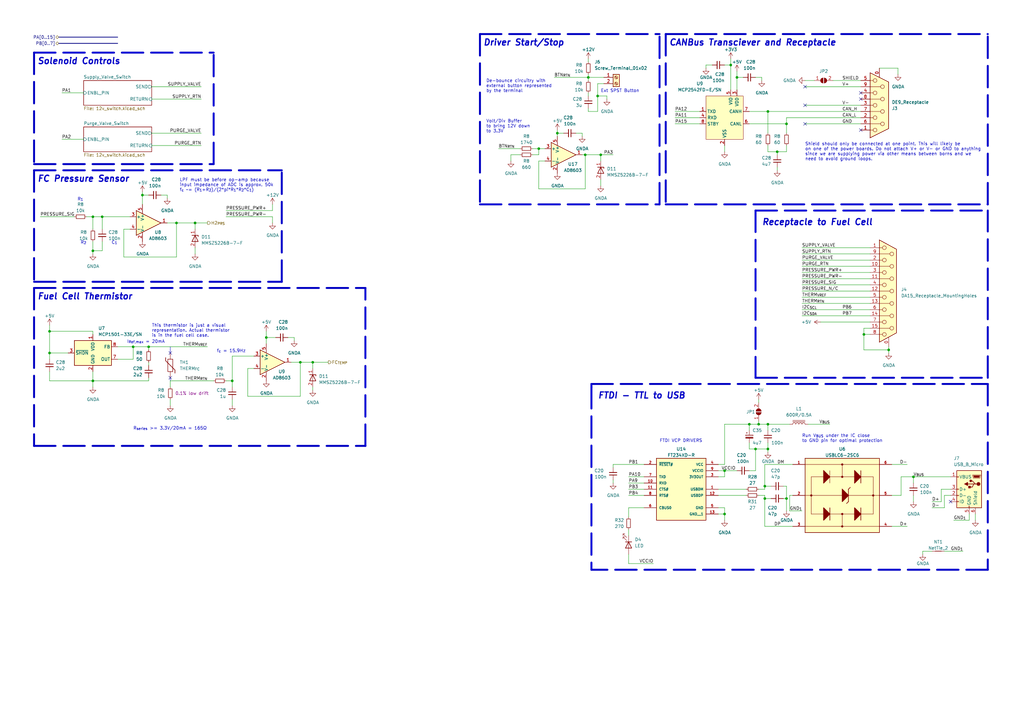
<source format=kicad_sch>
(kicad_sch (version 20230121) (generator eeschema)
  (paper "A3")
  (lib_symbols
    (symbol "Amplifier_Operational:AD8603" (pin_names (offset 0.127))
      (property "Reference" "U" (at 0 5.08 0))
      (property "Value" "AD8603" (at 0 -5.08 0))
      (symbol "AD8603_0_1"
        (pin power_in line (at -2.54 -7.62 90) (length 3.81) (name "V-") (number "2"))
        (pin power_in line (at -2.54 7.62 270) (length 3.81) (name "V+") (number "5"))
      )
      (symbol "AD8603_1_1"
        (pin output line (at 7.62 0 180) (length 2.54) (name "~") (number "1"))
        (pin input line (at -7.62 2.54 0) (length 2.54) (name "+") (number "3"))
        (pin input line (at -7.62 -2.54 0) (length 2.54) (name "-") (number "4"))
      )
    )
    (symbol "Connector:DA15_Receptacle_MountingHoles" (pin_names (offset 1.016) hide)
      (property "Reference" "J" (at 0 24.13 0))
      (property "Value" "DA15_Receptacle_MountingHoles" (at 0 22.225 0))
      (symbol "DA15_Receptacle_MountingHoles_1_1"
        (pin passive line (at 0 -22.86 90) (length 3.81) (name "PAD") (number "0"))
        (pin passive line (at -7.62 17.78 0) (length 3.81) (name "1") (number "1"))
        (pin passive line (at -7.62 10.16 0) (length 3.81) (name "P10") (number "10"))
        (pin passive line (at -7.62 5.08 0) (length 3.81) (name "P111") (number "11"))
        (pin passive line (at -7.62 0 0) (length 3.81) (name "P12") (number "12"))
        (pin passive line (at -7.62 -5.08 0) (length 3.81) (name "P13") (number "13"))
        (pin passive line (at -7.62 -10.16 0) (length 3.81) (name "P14") (number "14"))
        (pin passive line (at -7.62 -15.24 0) (length 3.81) (name "P15") (number "15"))
        (pin passive line (at -7.62 12.7 0) (length 3.81) (name "2") (number "2"))
        (pin passive line (at -7.62 7.62 0) (length 3.81) (name "3") (number "3"))
        (pin passive line (at -7.62 2.54 0) (length 3.81) (name "4") (number "4"))
        (pin passive line (at -7.62 -2.54 0) (length 3.81) (name "5") (number "5"))
        (pin passive line (at -7.62 -7.62 0) (length 3.81) (name "6") (number "6"))
        (pin passive line (at -7.62 -12.7 0) (length 3.81) (name "7") (number "7"))
        (pin passive line (at -7.62 -17.78 0) (length 3.81) (name "8") (number "8"))
        (pin passive line (at -7.62 15.24 0) (length 3.81) (name "P9") (number "9"))
      )
    )
    (symbol "Connector:DE9_Receptacle_MountingHoles" (pin_names (offset 1.016) hide)
      (property "Reference" "J" (at 0 16.51 0))
      (property "Value" "DE9_Receptacle_MountingHoles" (at 0 14.605 0))
      (symbol "DE9_Receptacle_MountingHoles_1_1"
        (pin passive line (at 0 -15.24 90) (length 3.81) (name "PAD") (number "0"))
        (pin passive line (at -7.62 10.16 0) (length 3.81) (name "1") (number "1"))
        (pin passive line (at -7.62 5.08 0) (length 3.81) (name "2") (number "2"))
        (pin passive line (at -7.62 0 0) (length 3.81) (name "3") (number "3"))
        (pin passive line (at -7.62 -5.08 0) (length 3.81) (name "4") (number "4"))
        (pin passive line (at -7.62 -10.16 0) (length 3.81) (name "5") (number "5"))
        (pin passive line (at -7.62 7.62 0) (length 3.81) (name "6") (number "6"))
        (pin passive line (at -7.62 2.54 0) (length 3.81) (name "7") (number "7"))
        (pin passive line (at -7.62 -2.54 0) (length 3.81) (name "8") (number "8"))
        (pin passive line (at -7.62 -7.62 0) (length 3.81) (name "9") (number "9"))
      )
    )
    (symbol "Connector:Screw_Terminal_01x02" (pin_names (offset 1.016) hide)
      (property "Reference" "J" (at 0 2.54 0))
      (property "Value" "Screw_Terminal_01x02" (at 0 -5.08 0))
      (symbol "Screw_Terminal_01x02_1_1"
        (pin passive line (at -5.08 0 0) (length 3.81) (name "Pin_1") (number "1"))
        (pin passive line (at -5.08 -2.54 0) (length 3.81) (name "Pin_2") (number "2"))
      )
    )
    (symbol "Connector:USB_B_Micro" (pin_names (offset 1.016))
      (property "Reference" "J" (at -5.08 11.43 0))
      (property "Value" "USB_B_Micro" (at -5.08 8.89 0))
      (symbol "USB_B_Micro_1_1"
        (pin power_out line (at 7.62 5.08 180) (length 2.54) (name "VBUS") (number "1"))
        (pin bidirectional line (at 7.62 -2.54 180) (length 2.54) (name "D-") (number "2"))
        (pin bidirectional line (at 7.62 0 180) (length 2.54) (name "D+") (number "3"))
        (pin passive line (at 7.62 -5.08 180) (length 2.54) (name "ID") (number "4"))
        (pin power_out line (at 0 -10.16 90) (length 2.54) (name "GND") (number "5"))
        (pin passive line (at -2.54 -10.16 90) (length 2.54) (name "Shield") (number "6"))
      )
    )
    (symbol "Device:C_Polarized_Small" (pin_numbers hide) (pin_names (offset 0.254) hide)
      (property "Reference" "C" (at 0.254 1.778 0))
      (property "Value" "C_Polarized_Small" (at 0.254 -2.032 0))
      (symbol "C_Polarized_Small_1_1"
        (pin passive line (at 0 2.54 270) (length 1.8542) (name "~") (number "1"))
        (pin passive line (at 0 -2.54 90) (length 1.8542) (name "~") (number "2"))
      )
    )
    (symbol "Device:C_Small" (pin_numbers hide) (pin_names (offset 0.254) hide)
      (property "Reference" "C" (at 0.254 1.778 0))
      (property "Value" "C_Small" (at 0.254 -2.032 0))
      (symbol "C_Small_1_1"
        (pin passive line (at 0 2.54 270) (length 2.032) (name "~") (number "1"))
        (pin passive line (at 0 -2.54 90) (length 2.032) (name "~") (number "2"))
      )
    )
    (symbol "Device:LED" (pin_numbers hide) (pin_names (offset 1.016) hide)
      (property "Reference" "D" (at 0 2.54 0))
      (property "Value" "LED" (at 0 -2.54 0))
      (symbol "LED_1_1"
        (pin passive line (at -3.81 0 0) (length 2.54) (name "K") (number "1"))
        (pin passive line (at 3.81 0 180) (length 2.54) (name "A") (number "2"))
      )
    )
    (symbol "Device:L_Iron" (pin_numbers hide) (pin_names (offset 1.016) hide)
      (property "Reference" "L" (at -1.27 0 90))
      (property "Value" "L_Iron" (at 2.794 0 90))
      (symbol "L_Iron_1_1"
        (pin passive line (at 0 3.81 270) (length 1.27) (name "1") (number "1"))
        (pin passive line (at 0 -3.81 90) (length 1.27) (name "2") (number "2"))
      )
    )
    (symbol "Device:NetTie_2" (pin_numbers hide) (pin_names (offset 0) hide) (in_bom no)
      (property "Reference" "NT" (at 0 1.27 0))
      (property "Value" "NetTie_2" (at 0 -1.27 0))
      (symbol "NetTie_2_1_1"
        (pin passive line (at -2.54 0 0) (length 2.54) (name "1") (number "1"))
        (pin passive line (at 2.54 0 180) (length 2.54) (name "2") (number "2"))
      )
    )
    (symbol "Device:R_Small" (pin_numbers hide) (pin_names (offset 0.254) hide)
      (property "Reference" "R" (at 0.762 0.508 0))
      (property "Value" "R_Small" (at 0.762 -1.016 0))
      (symbol "R_Small_1_1"
        (pin passive line (at 0 2.54 270) (length 0.762) (name "~") (number "1"))
        (pin passive line (at 0 -2.54 90) (length 0.762) (name "~") (number "2"))
      )
    )
    (symbol "Device:Thermistor" (pin_numbers hide) (pin_names (offset 0))
      (property "Reference" "TH" (at 2.54 1.27 90))
      (property "Value" "Thermistor" (at -2.54 0 90))
      (symbol "Thermistor_1_1"
        (pin passive line (at 0 5.08 270) (length 2.54) (name "~") (number "1"))
        (pin passive line (at 0 -5.08 90) (length 2.54) (name "~") (number "2"))
      )
    )
    (symbol "FCC_PARTS:MCP2542FD"
      (property "Reference" "U9" (at 17.78 1.27 0))
      (property "Value" "MCP2542FD-E/SN" (at 17.78 -1.27 0))
      (symbol "MCP2542FD_0_0"
        (pin passive line (at -10.16 -6.35 0) (length 2.54) (name "TXD") (number "1"))
        (pin passive line (at 0 -20.32 90) (length 2.54) (name "VSS") (number "2"))
        (pin passive line (at 5.08 2.54 270) (length 2.54) (name "VDD") (number "3"))
        (pin passive line (at -10.16 -8.89 0) (length 2.54) (name "RXD") (number "4"))
        (pin passive line (at 2.54 2.54 270) (length 2.54) (name "VIO") (number "5"))
        (pin passive line (at 10.16 -11.43 180) (length 2.54) (name "CANL") (number "6"))
        (pin passive line (at 10.16 -6.35 180) (length 2.54) (name "CANH") (number "7"))
        (pin passive line (at -10.16 -11.43 0) (length 2.54) (name "STBY") (number "8"))
      )
    )
    (symbol "FCC_Parts:FT234XD-R" (pin_names (offset 1.016))
      (property "Reference" "U" (at -10.16 15.24 0))
      (property "Value" "FT234XD-R" (at -10.16 15.24 0))
      (symbol "FT234XD-R_0_0"
        (pin bidirectional line (at 15.24 0 180) (length 5.08) (name "USBDM") (number "1"))
        (pin input line (at -15.24 2.54 0) (length 5.08) (name "RXD") (number "10"))
        (pin input line (at -15.24 0 0) (length 5.08) (name "CTS#") (number "11"))
        (pin bidirectional line (at 15.24 -2.54 180) (length 5.08) (name "USBDP") (number "12"))
        (pin power_in line (at 15.24 -10.16 180) (length 5.08) (name "GND__1") (number "13"))
        (pin input line (at -15.24 10.16 0) (length 5.08) (name "~{RESET}#") (number "2"))
        (pin output line (at 15.24 5.08 180) (length 5.08) (name "3V3OUT") (number "3"))
        (pin power_in line (at 15.24 10.16 180) (length 5.08) (name "VCC") (number "4"))
        (pin power_in line (at 15.24 -7.62 180) (length 5.08) (name "GND") (number "5"))
        (pin bidirectional line (at -15.24 -7.62 0) (length 5.08) (name "CBUS0") (number "6"))
        (pin output line (at -15.24 5.08 0) (length 5.08) (name "TXD") (number "7"))
        (pin output line (at -15.24 -2.54 0) (length 5.08) (name "RTS#") (number "8"))
        (pin power_in line (at 15.24 7.62 180) (length 5.08) (name "VCCIO") (number "9"))
      )
    )
    (symbol "FCC_Parts:MMSZ5226B-7-F"
      (property "Reference" "D" (at 0 3.81 0))
      (property "Value" "MMSZ5226B-7-F" (at 0 0 0))
      (property "Part#" "C155250" (at 0 0 0))
      (symbol "MMSZ5226B-7-F_1_1"
        (pin passive line (at -3.81 0 0) (length 2.54) (name "") (number "1"))
        (pin passive line (at 3.81 0 180) (length 2.54) (name "") (number "2"))
      )
    )
    (symbol "FCC_Parts:USBLC6-2SC6" (pin_names (offset 1.016))
      (property "Reference" "U" (at -15.24 19.05 0))
      (property "Value" "USBLC6-2SC6" (at -15.24 17.78 0))
      (symbol "USBLC6-2SC6_0_0"
        (pin bidirectional line (at -20.32 12.7 0) (length 5.08) (name "~") (number "1"))
        (pin power_in line (at -20.32 0 0) (length 5.08) (name "~") (number "2"))
        (pin bidirectional line (at -20.32 -12.7 0) (length 5.08) (name "~") (number "3"))
        (pin bidirectional line (at 20.32 -12.7 180) (length 5.08) (name "~") (number "4"))
        (pin power_in line (at 20.32 0 180) (length 5.08) (name "~") (number "5"))
        (pin bidirectional line (at 20.32 12.7 180) (length 5.08) (name "~") (number "6"))
      )
    )
    (symbol "Jumper:SolderJumper_2_Open" (pin_names (offset 0) hide)
      (property "Reference" "JP" (at 0 2.032 0))
      (property "Value" "SolderJumper_2_Open" (at 0 -2.54 0))
      (symbol "SolderJumper_2_Open_1_1"
        (pin passive line (at -3.81 0 0) (length 2.54) (name "A") (number "1"))
        (pin passive line (at 3.81 0 180) (length 2.54) (name "B") (number "2"))
      )
    )
    (symbol "Reference_Voltage:MCP1501-33xSN"
      (property "Reference" "U" (at -5.08 6.35 0))
      (property "Value" "MCP1501-33xSN" (at 11.43 6.35 0))
      (symbol "MCP1501-33xSN_0_0"
        (pin power_in line (at 0 7.62 270) (length 2.54) (name "VDD") (number "1"))
        (pin power_in line (at 0 -7.62 90) (length 2.54) (name "GND") (number "2"))
        (pin input line (at -10.16 0 0) (length 2.54) (name "~{SHDN}") (number "3"))
        (pin passive line (at 0 -7.62 90) (length 2.54) hide (name "GND") (number "4"))
        (pin passive line (at 0 -7.62 90) (length 2.54) hide (name "GND") (number "5"))
        (pin passive line (at 0 -7.62 90) (length 2.54) hide (name "GND") (number "6"))
        (pin power_out line (at 10.16 -2.54 180) (length 2.54) (name "OUT") (number "7"))
        (pin input line (at 10.16 2.54 180) (length 2.54) (name "FB") (number "8"))
      )
    )
    (symbol "power:+12V" (power) (pin_names (offset 0))
      (property "Value" "+12V" (at 0 3.556 0))
      (symbol "+12V_1_1"
        (pin power_in line (at 0 0 90) (length 0) hide (name "+12V") (number "1"))
      )
    )
    (symbol "power:+3V3" (power) (pin_names (offset 0))
      (property "Value" "+3V3" (at 0 3.556 0))
      (symbol "+3V3_1_1"
        (pin power_in line (at 0 0 90) (length 0) hide (name "+3V3") (number "1"))
      )
    )
    (symbol "power:+5V" (power) (pin_names (offset 0))
      (property "Value" "+5V" (at 0 3.556 0))
      (symbol "+5V_1_1"
        (pin power_in line (at 0 0 90) (length 0) hide (name "+5V") (number "1"))
      )
    )
    (symbol "power:GNDA" (power) (pin_names (offset 0))
      (property "Value" "GNDA" (at 0 -3.81 0))
      (symbol "GNDA_1_1"
        (pin power_in line (at 0 0 270) (length 0) hide (name "GNDA") (number "1"))
      )
    )
  )
  (junction (at 374.65 195.58))
  (junction (at 246.38 63.5))
  (junction (at 228.6 54.61))
  (junction (at 322.58 204.47))
  (junction (at 314.96 184.15))
  (junction (at 123.19 148.59))
  (junction (at 220.98 60.96))
  (junction (at 314.96 173.99))
  (junction (at 297.18 193.04))
  (junction (at 299.72 26.67))
  (junction (at 309.88 184.15))
  (junction (at 20.32 135.89))
  (junction (at 322.58 50.8))
  (junction (at 41.91 88.9))
  (junction (at 313.69 199.39))
  (junction (at 313.69 204.47))
  (junction (at 38.1 156.21))
  (junction (at 20.32 144.78))
  (junction (at 241.3 31.75))
  (junction (at 38.1 88.9))
  (junction (at 38.1 102.87))
  (junction (at 307.34 173.99))
  (junction (at 72.39 91.44))
  (junction (at 318.77 62.23))
  (junction (at 364.49 143.51))
  (junction (at 60.96 142.24))
  (junction (at 314.96 45.72))
  (junction (at 58.42 80.01))
  (junction (at 128.27 148.59))
  (junction (at 311.15 173.99))
  (junction (at 54.61 142.24))
  (junction (at 245.11 39.37))
  (junction (at 354.33 137.16))
  (junction (at 240.03 63.5))
  (junction (at 80.01 91.44))
  (junction (at 95.25 156.21))
  (junction (at 297.18 210.82))
  (junction (at 302.26 31.75))
  (junction (at 109.22 138.43))
  (no_connect (at 353.06 53.34))
  (no_connect (at 69.85 154.94))
  (no_connect (at 330.2 43.18))
  (no_connect (at 69.85 144.78))
  (no_connect (at 389.89 205.74))
  (no_connect (at 330.2 35.56))
  (no_connect (at 353.06 38.1))
  (no_connect (at 330.2 50.8))
  (no_connect (at 353.06 40.64))
  (wire (pts (xy 313.69 190.5) (xy 313.69 199.39)))
  (wire (pts (xy 314.96 176.53) (xy 314.96 173.99)))
  (wire (pts (xy 257.81 200.66) (xy 264.16 200.66)))
  (wire (pts (xy 60.96 142.24) (xy 85.09 142.24)))
  (wire (pts (xy 289.56 26.67) (xy 289.56 27.94)))
  (wire (pts (xy 128.27 151.13) (xy 128.27 148.59)))
  (wire (pts (xy 241.3 38.1) (xy 241.3 39.37)))
  (wire (pts (xy 330.2 33.02) (xy 334.01 33.02)))
  (wire (pts (xy 311.15 173.99) (xy 314.96 173.99)))
  (wire (pts (xy 365.76 190.5) (xy 372.11 190.5)))
  (wire (pts (xy 302.26 31.75) (xy 302.26 36.83)))
  (wire (pts (xy 80.01 91.44) (xy 85.09 91.44)))
  (wire (pts (xy 307.34 184.15) (xy 309.88 184.15)))
  (wire (pts (xy 109.22 138.43) (xy 113.03 138.43)))
  (wire (pts (xy 400.05 210.82) (xy 400.05 213.36)))
  (wire (pts (xy 72.39 91.44) (xy 80.01 91.44)))
  (wire (pts (xy 80.01 101.6) (xy 80.01 104.14)))
  (wire (pts (xy 369.57 195.58) (xy 369.57 203.2)))
  (wire (pts (xy 251.46 196.85) (xy 251.46 198.12)))
  (wire (pts (xy 38.1 102.87) (xy 38.1 104.14)))
  (wire (pts (xy 228.6 54.61) (xy 231.14 54.61)))
  (wire (pts (xy 220.98 60.96) (xy 223.52 60.96)))
  (wire (pts (xy 341.63 33.02) (xy 353.06 33.02)))
  (wire (pts (xy 209.55 63.5) (xy 209.55 66.04)))
  (wire (pts (xy 313.69 199.39) (xy 313.69 200.66)))
  (wire (pts (xy 294.64 195.58) (xy 297.18 195.58)))
  (wire (pts (xy 378.46 226.06) (xy 378.46 227.33)))
  (polyline (pts (xy 69.85 142.24) (xy 69.85 144.78)))
  (wire (pts (xy 328.93 114.3) (xy 356.87 114.3)))
  (polyline (pts (xy 270.51 83.82) (xy 270.51 13.97)) (stroke (width 0.8) (type dash)))
  (wire (pts (xy 276.86 48.26) (xy 287.02 48.26)))
  (wire (pts (xy 241.3 45.72) (xy 245.11 45.72)))
  (wire (pts (xy 313.69 199.39) (xy 316.23 199.39)))
  (wire (pts (xy 314.96 181.61) (xy 314.96 184.15)))
  (wire (pts (xy 365.76 215.9) (xy 372.11 215.9)))
  (wire (pts (xy 331.47 173.99) (xy 340.36 173.99)))
  (wire (pts (xy 328.93 111.76) (xy 356.87 111.76)))
  (wire (pts (xy 387.35 226.06) (xy 394.97 226.06)))
  (wire (pts (xy 227.33 31.75) (xy 241.3 31.75)))
  (wire (pts (xy 58.42 78.74) (xy 58.42 80.01)))
  (wire (pts (xy 62.23 35.56) (xy 82.55 35.56)))
  (wire (pts (xy 72.39 91.44) (xy 68.58 91.44)))
  (wire (pts (xy 330.2 50.8) (xy 353.06 50.8)))
  (wire (pts (xy 101.6 151.13) (xy 104.14 151.13)))
  (wire (pts (xy 311.15 200.66) (xy 313.69 200.66)))
  (wire (pts (xy 382.27 226.06) (xy 378.46 226.06)))
  (wire (pts (xy 276.86 50.8) (xy 287.02 50.8)))
  (wire (pts (xy 318.77 62.23) (xy 318.77 63.5)))
  (wire (pts (xy 123.19 148.59) (xy 128.27 148.59)))
  (wire (pts (xy 257.81 231.14) (xy 267.97 231.14)))
  (wire (pts (xy 35.56 88.9) (xy 38.1 88.9)))
  (wire (pts (xy 313.69 215.9) (xy 325.12 215.9)))
  (wire (pts (xy 294.64 203.2) (xy 306.07 203.2)))
  (wire (pts (xy 328.93 124.46) (xy 356.87 124.46)))
  (wire (pts (xy 294.64 208.28) (xy 297.18 208.28)))
  (wire (pts (xy 95.25 166.37) (xy 95.25 163.83)))
  (wire (pts (xy 369.57 203.2) (xy 365.76 203.2)))
  (wire (pts (xy 118.11 138.43) (xy 120.65 138.43)))
  (wire (pts (xy 58.42 80.01) (xy 58.42 83.82)))
  (polyline (pts (xy 13.97 21.59) (xy 87.63 21.59)) (stroke (width 0.8) (type dash)))
  (wire (pts (xy 307.34 193.04) (xy 309.88 193.04)))
  (wire (pts (xy 62.23 40.64) (xy 82.55 40.64)))
  (wire (pts (xy 313.69 204.47) (xy 313.69 203.2)))
  (wire (pts (xy 109.22 138.43) (xy 109.22 140.97)))
  (wire (pts (xy 38.1 135.89) (xy 38.1 137.16)))
  (wire (pts (xy 20.32 135.89) (xy 38.1 135.89)))
  (wire (pts (xy 60.96 142.24) (xy 60.96 143.51)))
  (polyline (pts (xy 13.97 69.85) (xy 115.57 69.85)) (stroke (width 0.8) (type dash)))
  (wire (pts (xy 241.3 44.45) (xy 241.3 45.72)))
  (wire (pts (xy 318.77 62.23) (xy 322.58 62.23)))
  (wire (pts (xy 25.4 57.15) (xy 34.29 57.15)))
  (wire (pts (xy 87.63 156.21) (xy 69.85 156.21)))
  (wire (pts (xy 323.85 203.2) (xy 325.12 203.2)))
  (wire (pts (xy 307.34 181.61) (xy 307.34 184.15)))
  (wire (pts (xy 50.8 105.41) (xy 72.39 105.41)))
  (wire (pts (xy 328.93 101.6) (xy 356.87 101.6)))
  (wire (pts (xy 294.64 210.82) (xy 297.18 210.82)))
  (wire (pts (xy 218.44 63.5) (xy 220.98 63.5)))
  (wire (pts (xy 246.38 63.5) (xy 251.46 63.5)))
  (wire (pts (xy 25.4 38.1) (xy 34.29 38.1)))
  (wire (pts (xy 297.18 193.04) (xy 297.18 195.58)))
  (wire (pts (xy 323.85 203.2) (xy 323.85 209.55)))
  (wire (pts (xy 297.18 210.82) (xy 297.18 213.36)))
  (wire (pts (xy 386.08 200.66) (xy 389.89 200.66)))
  (wire (pts (xy 322.58 50.8) (xy 322.58 48.26)))
  (polyline (pts (xy 115.57 115.57) (xy 115.57 69.85)) (stroke (width 0.8) (type dash)))
  (wire (pts (xy 38.1 156.21) (xy 38.1 158.75)))
  (wire (pts (xy 328.93 119.38) (xy 356.87 119.38)))
  (wire (pts (xy 228.6 54.61) (xy 228.6 55.88)))
  (wire (pts (xy 330.2 35.56) (xy 353.06 35.56)))
  (wire (pts (xy 314.96 62.23) (xy 318.77 62.23)))
  (wire (pts (xy 257.81 217.17) (xy 257.81 219.71)))
  (polyline (pts (xy 196.85 83.82) (xy 270.51 83.82)) (stroke (width 0.8) (type dash)))
  (wire (pts (xy 60.96 156.21) (xy 60.96 154.94)))
  (wire (pts (xy 213.36 63.5) (xy 209.55 63.5)))
  (wire (pts (xy 354.33 134.62) (xy 354.33 137.16)))
  (wire (pts (xy 246.38 63.5) (xy 246.38 66.04)))
  (bus (pts (xy 24.13 17.78) (xy 48.26 17.78)))
  (wire (pts (xy 228.6 53.34) (xy 228.6 54.61)))
  (polyline (pts (xy 405.13 83.82) (xy 405.13 13.97)) (stroke (width 0.8) (type dash)))
  (polyline (pts (xy 196.85 13.97) (xy 196.85 83.82)) (stroke (width 0.8) (type dash)))
  (wire (pts (xy 374.65 195.58) (xy 369.57 195.58)))
  (wire (pts (xy 299.72 26.67) (xy 299.72 36.83)))
  (wire (pts (xy 62.23 59.69) (xy 82.55 59.69)))
  (wire (pts (xy 307.34 45.72) (xy 314.96 45.72)))
  (wire (pts (xy 389.89 203.2) (xy 387.35 203.2)))
  (wire (pts (xy 387.35 203.2) (xy 387.35 208.28)))
  (wire (pts (xy 220.98 66.04) (xy 220.98 77.47)))
  (wire (pts (xy 251.46 190.5) (xy 264.16 190.5)))
  (wire (pts (xy 276.86 45.72) (xy 287.02 45.72)))
  (wire (pts (xy 95.25 146.05) (xy 104.14 146.05)))
  (wire (pts (xy 312.42 31.75) (xy 312.42 33.02)))
  (wire (pts (xy 386.08 200.66) (xy 386.08 205.74)))
  (wire (pts (xy 95.25 156.21) (xy 92.71 156.21)))
  (wire (pts (xy 245.11 34.29) (xy 247.65 34.29)))
  (wire (pts (xy 311.15 163.83) (xy 311.15 165.1)))
  (wire (pts (xy 48.26 147.32) (xy 54.61 147.32)))
  (wire (pts (xy 354.33 137.16) (xy 354.33 143.51)))
  (wire (pts (xy 66.04 80.01) (xy 68.58 80.01)))
  (polyline (pts (xy 405.13 233.68) (xy 242.57 233.68)) (stroke (width 0.8) (type dash)))
  (wire (pts (xy 120.65 138.43) (xy 120.65 139.7)))
  (wire (pts (xy 297.18 193.04) (xy 294.64 193.04)))
  (wire (pts (xy 218.44 60.96) (xy 220.98 60.96)))
  (wire (pts (xy 38.1 152.4) (xy 38.1 156.21)))
  (wire (pts (xy 328.93 116.84) (xy 356.87 116.84)))
  (polyline (pts (xy 242.57 157.48) (xy 405.13 157.48)) (stroke (width 0.8) (type dash)))
  (wire (pts (xy 58.42 80.01) (xy 60.96 80.01)))
  (wire (pts (xy 220.98 77.47) (xy 240.03 77.47)))
  (wire (pts (xy 128.27 160.02) (xy 128.27 158.75)))
  (polyline (pts (xy 13.97 118.11) (xy 13.97 182.88)) (stroke (width 0.8) (type dash)))
  (wire (pts (xy 20.32 152.4) (xy 20.32 156.21)))
  (wire (pts (xy 391.16 213.36) (xy 397.51 213.36)))
  (wire (pts (xy 328.93 109.22) (xy 356.87 109.22)))
  (polyline (pts (xy 273.05 13.97) (xy 405.13 13.97)) (stroke (width 0.8) (type dash)))
  (wire (pts (xy 330.2 43.18) (xy 353.06 43.18)))
  (wire (pts (xy 111.76 88.9) (xy 111.76 91.44)))
  (wire (pts (xy 41.91 99.06) (xy 41.91 102.87)))
  (wire (pts (xy 318.77 68.58) (xy 318.77 69.85)))
  (wire (pts (xy 311.15 203.2) (xy 313.69 203.2)))
  (wire (pts (xy 323.85 209.55) (xy 328.93 209.55)))
  (wire (pts (xy 257.81 203.2) (xy 264.16 203.2)))
  (wire (pts (xy 328.93 104.14) (xy 356.87 104.14)))
  (wire (pts (xy 123.19 162.56) (xy 123.19 148.59)))
  (wire (pts (xy 20.32 147.32) (xy 20.32 144.78)))
  (wire (pts (xy 204.47 60.96) (xy 213.36 60.96)))
  (wire (pts (xy 251.46 190.5) (xy 251.46 191.77)))
  (wire (pts (xy 312.42 31.75) (xy 309.88 31.75)))
  (polyline (pts (xy 309.88 86.36) (xy 309.88 154.94)) (stroke (width 0.8) (type dash)))
  (polyline (pts (xy 69.85 154.94) (xy 69.85 156.21)))
  (wire (pts (xy 68.58 80.01) (xy 68.58 81.28)))
  (wire (pts (xy 241.3 30.48) (xy 241.3 31.75)))
  (wire (pts (xy 53.34 93.98) (xy 50.8 93.98)))
  (polyline (pts (xy 13.97 69.85) (xy 13.97 115.57)) (stroke (width 0.8) (type dash)))
  (wire (pts (xy 297.18 208.28) (xy 297.18 210.82)))
  (wire (pts (xy 41.91 88.9) (xy 53.34 88.9)))
  (wire (pts (xy 248.92 39.37) (xy 248.92 40.64)))
  (wire (pts (xy 238.76 54.61) (xy 238.76 55.88)))
  (wire (pts (xy 92.71 88.9) (xy 111.76 88.9)))
  (wire (pts (xy 16.51 88.9) (xy 30.48 88.9)))
  (wire (pts (xy 220.98 60.96) (xy 220.98 63.5)))
  (wire (pts (xy 80.01 91.44) (xy 80.01 93.98)))
  (wire (pts (xy 38.1 99.06) (xy 38.1 102.87)))
  (polyline (pts (xy 309.88 154.94) (xy 405.13 154.94)) (stroke (width 0.8) (type dash)))
  (wire (pts (xy 307.34 50.8) (xy 322.58 50.8)))
  (wire (pts (xy 109.22 135.89) (xy 109.22 138.43)))
  (wire (pts (xy 307.34 173.99) (xy 311.15 173.99)))
  (wire (pts (xy 41.91 102.87) (xy 38.1 102.87)))
  (wire (pts (xy 257.81 195.58) (xy 264.16 195.58)))
  (wire (pts (xy 240.03 77.47) (xy 240.03 63.5)))
  (wire (pts (xy 314.96 185.42) (xy 314.96 184.15)))
  (wire (pts (xy 354.33 134.62) (xy 356.87 134.62)))
  (wire (pts (xy 354.33 137.16) (xy 356.87 137.16)))
  (polyline (pts (xy 13.97 21.59) (xy 13.97 67.31)) (stroke (width 0.8) (type dash)))
  (wire (pts (xy 69.85 163.83) (xy 69.85 166.37)))
  (polyline (pts (xy 87.63 67.31) (xy 87.63 21.59)) (stroke (width 0.8) (type dash)))
  (wire (pts (xy 297.18 173.99) (xy 297.18 190.5)))
  (wire (pts (xy 314.96 45.72) (xy 353.06 45.72)))
  (wire (pts (xy 223.52 66.04) (xy 220.98 66.04)))
  (polyline (pts (xy 242.57 157.48) (xy 242.57 158.75)) (stroke (width 0.8) (type dash)))
  (wire (pts (xy 20.32 133.35) (xy 20.32 135.89)))
  (wire (pts (xy 368.3 27.94) (xy 368.3 30.48)))
  (wire (pts (xy 245.11 39.37) (xy 248.92 39.37)))
  (wire (pts (xy 397.51 210.82) (xy 397.51 213.36)))
  (wire (pts (xy 241.3 24.13) (xy 241.3 25.4)))
  (wire (pts (xy 313.69 190.5) (xy 325.12 190.5)))
  (wire (pts (xy 386.08 205.74) (xy 382.27 205.74)))
  (wire (pts (xy 20.32 144.78) (xy 27.94 144.78)))
  (wire (pts (xy 257.81 227.33) (xy 257.81 231.14)))
  (wire (pts (xy 322.58 204.47) (xy 322.58 209.55)))
  (wire (pts (xy 354.33 143.51) (xy 364.49 143.51)))
  (wire (pts (xy 240.03 63.5) (xy 246.38 63.5)))
  (wire (pts (xy 297.18 59.69) (xy 297.18 62.23)))
  (wire (pts (xy 257.81 208.28) (xy 264.16 208.28)))
  (polyline (pts (xy 405.13 157.48) (xy 405.13 233.68)) (stroke (width 0.8) (type dash)))
  (wire (pts (xy 336.55 132.08) (xy 356.87 132.08)))
  (wire (pts (xy 245.11 39.37) (xy 245.11 45.72)))
  (wire (pts (xy 20.32 144.78) (xy 20.32 135.89)))
  (polyline (pts (xy 273.05 13.97) (xy 273.05 83.82)) (stroke (width 0.8) (type dash)))
  (wire (pts (xy 387.35 208.28) (xy 382.27 208.28)))
  (wire (pts (xy 95.25 156.21) (xy 95.25 158.75)))
  (wire (pts (xy 54.61 142.24) (xy 54.61 147.32)))
  (wire (pts (xy 309.88 193.04) (xy 309.88 184.15)))
  (wire (pts (xy 321.31 204.47) (xy 322.58 204.47)))
  (polyline (pts (xy 13.97 67.31) (xy 87.63 67.31)) (stroke (width 0.8) (type dash)))
  (wire (pts (xy 123.19 148.59) (xy 119.38 148.59)))
  (bus (pts (xy 24.13 15.24) (xy 48.26 15.24)))
  (polyline (pts (xy 273.05 83.82) (xy 405.13 83.82)) (stroke (width 0.8) (type dash)))
  (wire (pts (xy 322.58 48.26) (xy 353.06 48.26)))
  (wire (pts (xy 257.81 208.28) (xy 257.81 212.09)))
  (polyline (pts (xy 13.97 115.57) (xy 115.57 115.57)) (stroke (width 0.8) (type dash)))
  (wire (pts (xy 302.26 29.21) (xy 302.26 31.75)))
  (wire (pts (xy 297.18 26.67) (xy 299.72 26.67)))
  (wire (pts (xy 60.96 148.59) (xy 60.96 149.86)))
  (wire (pts (xy 297.18 193.04) (xy 302.26 193.04)))
  (wire (pts (xy 364.49 143.51) (xy 364.49 142.24)))
  (wire (pts (xy 294.64 200.66) (xy 306.07 200.66)))
  (wire (pts (xy 241.3 31.75) (xy 247.65 31.75)))
  (wire (pts (xy 240.03 63.5) (xy 238.76 63.5)))
  (wire (pts (xy 322.58 199.39) (xy 322.58 204.47)))
  (wire (pts (xy 38.1 88.9) (xy 41.91 88.9)))
  (wire (pts (xy 313.69 204.47) (xy 316.23 204.47)))
  (wire (pts (xy 238.76 54.61) (xy 236.22 54.61)))
  (polyline (pts (xy 309.88 86.36) (xy 405.13 86.36)) (stroke (width 0.8) (type dash)))
  (wire (pts (xy 313.69 204.47) (xy 313.69 215.9)))
  (wire (pts (xy 299.72 24.13) (xy 299.72 26.67)))
  (wire (pts (xy 50.8 93.98) (xy 50.8 105.41)))
  (wire (pts (xy 292.1 26.67) (xy 289.56 26.67)))
  (wire (pts (xy 321.31 199.39) (xy 322.58 199.39)))
  (wire (pts (xy 328.93 127) (xy 356.87 127)))
  (wire (pts (xy 38.1 88.9) (xy 38.1 93.98)))
  (polyline (pts (xy 13.97 182.88) (xy 149.86 182.88)) (stroke (width 0.8) (type dash)))
  (wire (pts (xy 111.76 83.82) (xy 111.76 86.36)))
  (wire (pts (xy 314.96 59.69) (xy 314.96 62.23)))
  (wire (pts (xy 20.32 156.21) (xy 38.1 156.21)))
  (polyline (pts (xy 242.57 158.75) (xy 242.57 233.68)) (stroke (width 0.8) (type dash)))
  (wire (pts (xy 245.11 34.29) (xy 245.11 39.37)))
  (wire (pts (xy 62.23 54.61) (xy 82.55 54.61)))
  (wire (pts (xy 72.39 105.41) (xy 72.39 91.44)))
  (wire (pts (xy 241.3 31.75) (xy 241.3 33.02)))
  (wire (pts (xy 257.81 198.12) (xy 264.16 198.12)))
  (wire (pts (xy 101.6 162.56) (xy 123.19 162.56)))
  (wire (pts (xy 128.27 148.59) (xy 134.62 148.59)))
  (wire (pts (xy 294.64 190.5) (xy 297.18 190.5)))
  (wire (pts (xy 48.26 142.24) (xy 54.61 142.24)))
  (wire (pts (xy 92.71 86.36) (xy 111.76 86.36)))
  (polyline (pts (xy 405.13 154.94) (xy 405.13 86.36)) (stroke (width 0.8) (type dash)))
  (wire (pts (xy 328.93 106.68) (xy 356.87 106.68)))
  (wire (pts (xy 374.65 195.58) (xy 374.65 198.12)))
  (wire (pts (xy 364.49 143.51) (xy 364.49 144.78)))
  (wire (pts (xy 246.38 73.66) (xy 246.38 76.2)))
  (polyline (pts (xy 196.85 13.97) (xy 270.51 13.97)) (stroke (width 0.8) (type dash)))
  (wire (pts (xy 69.85 156.21) (xy 69.85 158.75)))
  (wire (pts (xy 389.89 195.58) (xy 374.65 195.58)))
  (polyline (pts (xy 149.86 182.88) (xy 149.86 118.11)) (stroke (width 0.8) (type dash)))
  (wire (pts (xy 101.6 162.56) (xy 101.6 151.13)))
  (wire (pts (xy 314.96 173.99) (xy 323.85 173.99)))
  (wire (pts (xy 328.93 129.54) (xy 356.87 129.54)))
  (wire (pts (xy 95.25 146.05) (xy 95.25 156.21)))
  (wire (pts (xy 41.91 88.9) (xy 41.91 93.98)))
  (wire (pts (xy 322.58 50.8) (xy 322.58 54.61)))
  (wire (pts (xy 302.26 31.75) (xy 304.8 31.75)))
  (wire (pts (xy 368.3 27.94) (xy 360.68 27.94)))
  (wire (pts (xy 374.65 203.2) (xy 374.65 205.74)))
  (wire (pts (xy 307.34 173.99) (xy 307.34 176.53)))
  (wire (pts (xy 328.93 121.92) (xy 356.87 121.92)))
  (wire (pts (xy 314.96 45.72) (xy 314.96 54.61)))
  (wire (pts (xy 38.1 156.21) (xy 60.96 156.21)))
  (wire (pts (xy 311.15 172.72) (xy 311.15 173.99)))
  (wire (pts (xy 297.18 173.99) (xy 307.34 173.99)))
  (wire (pts (xy 309.88 184.15) (xy 314.96 184.15)))
  (polyline (pts (xy 13.97 118.11) (xy 149.86 118.11)) (stroke (width 0.8) (type dash)))
  (wire (pts (xy 54.61 142.24) (xy 60.96 142.24)))
  (wire (pts (xy 322.58 59.69) (xy 322.58 62.23)))
  (text "Ext SPST Button" (at 246.38 38.1 0) (effects (font (size 1.27 1.27)) (justify left bottom)))
  (text "f_{c} = 15.9Hz" (at 88.9 144.78 0) (effects (font (size 1.27 1.27)) (justify left bottom)))
  (text "Volt/Div Buffer\nto bring 12V down\nto 3.3V" (at 199.39 54.61 0) (effects (font (size 1.27 1.27)) (justify left bottom)))
  (text "This thermistor is just a visual\nrepresentation. Actual thermistor\nis in the fuel cell case." (at 62.23 138.43 0) (effects (font (size 1.27 1.27)) (justify left bottom)))
  (text "FC Pressure Sensor" (at 15.24 74.93 0) (effects (font (size 2.5 2.5) (thickness 0.5) bold italic) (justify left bottom)))
  (text "CANBus Transciever and Receptacle" (at 274.32 19.05 0) (effects (font (size 2.5 2.5) (thickness 0.5) bold italic) (justify left bottom)))
  (text "Run V_{BUS} under the IC close\nto GND pin for optimal protection" (at 328.93 181.61 0) (effects (font (size 1.27 1.27)) (justify left bottom)))
  (text "I_{Ref,max} = 20mA" (at 52.07 140.97 0) (effects (font (size 1.27 1.27)) (justify left bottom)))
  (text "FTDI - TTL to USB" (at 245.11 163.83 0) (effects (font (size 2.5 2.5) (thickness 0.5) bold italic) (justify left bottom)))
  (text "De-bounce circuitry with\nexternal button represented\nby the terminal" (at 199.39 38.1 0) (effects (font (size 1.27 1.27)) (justify left bottom)))
  (text "LPF must be before op-amp because \ninput impedance of ADC is approx. 50k\nf_{c} ~= (R_{1}+R_{2})/(2*pi*R_{1}*R_{2}*C_{1})" (at 73.66 78.74 0) (effects (font (size 1.27 1.27)) (justify left bottom)))
  (text "C_{1}" (at 45.72 100.33 0) (effects (font (size 1.27 1.27)) (justify left bottom)))
  (text "FTDI VCP DRIVERS" (at 270.51 181.61 0) (effects (font (size 1.27 1.27)) (justify left bottom)))
  (text "R_{1}" (at 31.75 82.55 0) (effects (font (size 1.27 1.27)) (justify left bottom)))
  (text "R_{series} >= 3.3V/20mA = 165Ω" (at 54.61 176.53 0) (effects (font (size 1.27 1.27)) (justify left bottom)))
  (text "Receptacle to Fuel Cell" (at 312.42 92.71 0) (effects (font (size 2.5 2.5) (thickness 0.5) bold italic) (justify left bottom)))
  (text "Shield should only be connected at one point. This will likely be\non one of the power boards. Do not attach V+ or V- or GND to anything\nsince we are supplying power via other means between borns and we \nneed to avoid ground loops." (at 330.2 66.04 0) (effects (font (size 1.27 1.27)) (justify left bottom)))
  (text "Solenoid Controls" (at 15.24 26.67 0) (effects (font (size 2.5 2.5) (thickness 0.5) bold italic) (justify left bottom)))
  (text "Driver Start/Stop" (at 198.12 19.05 0) (effects (font (size 2.5 2.5) (thickness 0.5) bold italic) (justify left bottom)))
  (text "Fuel Cell Thermistor" (at 15.24 123.19 0) (effects (font (size 2.5 2.5) (thickness 0.5) bold italic) (justify left bottom)))
  (text "R_{2}" (at 33.02 100.33 0) (effects (font (size 1.27 1.27)) (justify left bottom)))
  (label "PRESSURE_PWR+" (at 328.93 111.76 0))
  (label "GND_{1}" (at 391.16 213.36 0))
  (label "PB4" (at 257.81 203.2 0))
  (label "CAN_H" (at 345.44 45.72 0))
  (label "PA9" (at 257.81 198.12 0))
  (label "PRESSURE_N{slash}C" (at 328.93 119.38 0))
  (label "D+" (at 372.11 215.9 180))
  (label "SUPPLY_RTN" (at 82.55 40.64 180))
  (label "DM" (at 318.77 190.5 0))
  (label "DP" (at 317.5 215.9 0))
  (label "V+" (at 345.44 35.56 0))
  (label "D-" (at 372.11 190.5 180))
  (label "V_{BUS}" (at 340.36 173.99 180))
  (label "PRESSURE_PWR+" (at 92.71 86.36 0))
  (label "PURGE_RTN" (at 328.93 109.22 0))
  (label "THERM_{RTN}" (at 328.93 124.46 0))
  (label "THERM_{RTN}" (at 85.09 156.21 180))
  (label "BTN_{RTN}" (at 204.47 60.96 0))
  (label "V-" (at 345.44 43.18 0))
  (label "PB1" (at 257.81 190.5 0))
  (label "PURGE_VALVE" (at 328.93 106.68 0))
  (label "PRESSURE_SIG" (at 16.51 88.9 0))
  (label "CAN_L" (at 345.44 48.26 0))
  (label "PURGE_VALVE" (at 82.55 54.61 180))
  (label "PRESSURE_PWR-" (at 328.93 114.3 0))
  (label "PA1" (at 25.4 38.1 0))
  (label "GND" (at 345.44 50.8 0))
  (label "D-" (at 382.27 208.28 0))
  (label "PA15" (at 276.86 50.8 0))
  (label "PRESSURE_PWR-" (at 92.71 88.9 0))
  (label "I2C_{SCL}" (at 328.93 127 0))
  (label "PA2" (at 25.4 57.15 0))
  (label "SUPPLY_RTN" (at 328.93 104.14 0))
  (label "SUPPLY_VALVE" (at 82.55 35.56 180))
  (label "THERM_{VREF}" (at 85.09 142.24 180))
  (label "V_{BUS}" (at 374.65 195.58 0))
  (label "THERM_{VREF}" (at 328.93 121.92 0))
  (label "VCCIO" (at 295.91 193.04 0))
  (label "PA11" (at 276.86 48.26 0))
  (label "PURGE_RTN" (at 82.55 59.69 180))
  (label "SUPPLY_VALVE" (at 328.93 101.6 0))
  (label "PRESSURE_SIG" (at 328.93 116.84 0))
  (label "VCCIO" (at 267.97 231.14 180))
  (label "PB6" (at 345.44 127 0))
  (label "PB3" (at 257.81 200.66 0))
  (label "SHIELD" (at 345.44 33.02 0))
  (label "PA10" (at 257.81 195.58 0))
  (label "GND_{1}" (at 394.97 226.06 180))
  (label "PA12" (at 276.86 45.72 0))
  (label "PA3" (at 251.46 63.5 180))
  (label "GND_{1}" (at 328.93 209.55 180))
  (label "PB7" (at 345.44 129.54 0))
  (label "D+" (at 382.27 205.74 0))
  (label "BTN_{RTN}" (at 227.33 31.75 0))
  (label "I2C_{SDA}" (at 328.93 129.54 0))
  (hierarchical_label "H2_{PRS}" (shape output) (at 85.09 91.44 0))
  (hierarchical_label "PA[0..15]" (shape bidirectional) (at 24.13 15.24 180))
  (hierarchical_label "PB[0..7]" (shape bidirectional) (at 24.13 17.78 180))
  (hierarchical_label "FC_{TEMP}" (shape output) (at 134.62 148.59 0))
  (symbol (lib_id "power:GNDA") (at 228.6 71.12 0) (mirror y) (unit 1)
    (property "Reference" "#PWR023" (effects hide))
    (property "Value" "GNDA" (at 226.06 76.2 0) (effects (justify right)))
    (instances (project "Relay_Board_Lucy_V1" (path "" (reference "#PWR023") (unit 1)) (path "" (reference "#PWR025") (unit 1)) (path "" (reference "#PWR05") (unit 1)) (path "" (reference "#PWR028") (unit 1)) (path "" (reference "#PWR065") (unit 1)) (path "" (reference "#PWR066") (unit 1))) (project "Fuel_Cell_Controller_Prototype" (path "" (reference "#PWR078") (unit 1)) (path "" (reference "#PWR060") (unit 1)) (path "" (reference "#PWR029") (unit 1))))
  )
  (symbol (lib_id "Device:C_Small") (at 20.32 149.86 0) (mirror y) (unit 1)
    (property "Reference" "C28" (at 22.86 148.59 0) (effects (justify right)))
    (property "Value" "2u2" (at 22.86 151.13 0) (effects (justify right)))
    (property "Footprint" "Capacitor_SMD:C_0603_1608Metric" (effects hide))
    (instances (project "Fuel_Cell_Controller_Prototype" (path "" (reference "C28") (unit 1)) (path "" (reference "C20") (unit 1))))
  )
  (symbol (lib_id "Device:C_Small") (at 251.46 194.31 180) (unit 1)
    (property "Reference" "C20" (at 247.65 193.04 0) (effects (justify left)))
    (property "Value" "100n" (at 243.84 195.58 0) (effects (justify right)))
    (property "Footprint" "Capacitor_SMD:C_0603_1608Metric" (effects hide))
    (property "Datasheet" "https://datasheet.lcsc.com/lcsc/2304140030_FH--Guangdong-Fenghua-Advanced-Tech-0603B104K101NT_C88219.pdf" (effects hide))
    (property "Part#" "C88219" (effects hide))
    (instances (project "Relay_Board_Lucy_V1" (path "" (reference "C20") (unit 1))) (project "Fuel_Cell_Controller_Prototype" (path "" (reference "C29") (unit 1)) (path "" (reference "C26") (unit 1))))
  )
  (symbol (lib_id "power:GNDA") (at 38.1 158.75 0) (mirror y) (unit 1)
    (property "Reference" "#PWR023" (effects hide))
    (property "Value" "GNDA" (at 35.56 163.83 0) (effects (justify right)))
    (instances (project "Relay_Board_Lucy_V1" (path "" (reference "#PWR023") (unit 1)) (path "" (reference "#PWR025") (unit 1)) (path "" (reference "#PWR05") (unit 1)) (path "" (reference "#PWR028") (unit 1)) (path "" (reference "#PWR065") (unit 1)) (path "" (reference "#PWR066") (unit 1))) (project "Fuel_Cell_Controller_Prototype" (path "" (reference "#PWR043") (unit 1)) (path "" (reference "#PWR060") (unit 1)) (path "" (reference "#PWR029") (unit 1))))
  )
  (symbol (lib_id "FCC_Parts:MMSZ5226B-7-F") (at 128.27 154.94 270) (unit 1)
    (property "Reference" "D11" (at 130.81 154.305 90) (effects (justify left)))
    (property "Value" "MMSZ5226B-7-F" (at 130.81 156.845 90) (effects (justify left)))
    (property "Footprint" "FC.FTP:D_SOD_123_M" (effects hide))
    (property "Datasheet" "https://www.diodes.com/assets/Datasheets/ds18010.pdf" (effects hide))
    (property "Part#" "C155250" (effects hide))
    (instances (project "Fuel_Cell_Controller_Prototype" (path "" (reference "D11") (unit 1)) (path "" (reference "D9") (unit 1))))
  )
  (symbol (lib_id "Jumper:SolderJumper_2_Open") (at 337.82 33.02 0) (mirror x) (unit 1)
    (property "Reference" "JP2" (at 337.82 29.21 0))
    (property "Value" "SolderJumper_2_Open" (effects hide))
    (property "Footprint" "Jumper:SolderJumper-2_P1.3mm_Open_RoundedPad1.0x1.5mm" (effects hide))
  )
  (symbol (lib_id "power:+5V") (at 58.42 78.74 0) (unit 1)
    (property "Reference" "#PWR033" (effects hide))
    (property "Value" "+5V" (at 58.42 74.93 0))
  )
  (symbol (lib_id "power:GNDA") (at 111.76 91.44 0) (mirror y) (unit 1)
    (property "Reference" "#PWR023" (effects hide))
    (property "Value" "GNDA" (at 109.22 96.52 0) (effects (justify right)))
    (instances (project "Relay_Board_Lucy_V1" (path "" (reference "#PWR023") (unit 1)) (path "" (reference "#PWR025") (unit 1)) (path "" (reference "#PWR05") (unit 1)) (path "" (reference "#PWR028") (unit 1)) (path "" (reference "#PWR065") (unit 1)) (path "" (reference "#PWR066") (unit 1))) (project "Fuel_Cell_Controller_Prototype" (path "" (reference "#PWR036") (unit 1)) (path "" (reference "#PWR060") (unit 1)) (path "" (reference "#PWR029") (unit 1))))
  )
  (symbol (lib_id "Device:R_Small") (at 215.9 60.96 270) (unit 1)
    (property "Reference" "R8" (at 215.9 55.88 90))
    (property "Value" "1740" (at 215.9 58.42 90))
    (property "Footprint" "Resistor_SMD:R_0603_1608Metric" (effects hide))
    (instances (project "Fuel_Cell_Controller_Prototype" (path "" (reference "R8") (unit 1)) (path "" (reference "R42") (unit 1))))
  )
  (symbol (lib_id "FCC_Parts:USBLC6-2SC6") (at 345.44 203.2 0) (unit 1)
    (property "Reference" "U6" (at 345.44 184.15 0))
    (property "Value" "USBLC6-2SC6" (at 345.44 186.69 0))
    (property "Footprint" "FC.FTP:USBLC6-2SC6" (effects hide))
    (property "Datasheet" "https://www.st.com/content/ccc/resource/technical/document/datasheet/06/1d/48/9c/6c/20/4a/b2/CD00050750.pdf/files/CD00050750.pdf/jcr:content/translations/en.CD00050750.pdf" (effects hide))
    (property "Part#" "C7519" (effects hide))
    (instances (project "Fuel_Cell_Controller_Prototype" (path "" (reference "U6") (unit 1)) (path "" (reference "U12") (unit 1))))
  )
  (symbol (lib_id "power:GNDA") (at 400.05 213.36 0) (mirror y) (unit 1)
    (property "Reference" "#PWR023" (effects hide))
    (property "Value" "GNDA" (at 397.51 218.44 0) (effects (justify right)))
    (instances (project "Relay_Board_Lucy_V1" (path "" (reference "#PWR023") (unit 1)) (path "" (reference "#PWR025") (unit 1)) (path "" (reference "#PWR05") (unit 1)) (path "" (reference "#PWR028") (unit 1)) (path "" (reference "#PWR065") (unit 1)) (path "" (reference "#PWR066") (unit 1))) (project "Fuel_Cell_Controller_Prototype" (path "" (reference "#PWR052") (unit 1)) (path "" (reference "#PWR060") (unit 1)) (path "" (reference "#PWR029") (unit 1))))
  )
  (symbol (lib_id "Device:C_Small") (at 304.8 193.04 90) (unit 1)
    (property "Reference" "C20" (at 306.07 186.69 90) (effects (justify left)))
    (property "Value" "100n" (at 302.26 189.23 90) (effects (justify right)))
    (property "Footprint" "Capacitor_SMD:C_0603_1608Metric" (effects hide))
    (property "Datasheet" "https://datasheet.lcsc.com/lcsc/2304140030_FH--Guangdong-Fenghua-Advanced-Tech-0603B104K101NT_C88219.pdf" (effects hide))
    (property "Part#" "C88219" (effects hide))
    (instances (project "Relay_Board_Lucy_V1" (path "" (reference "C20") (unit 1))) (project "Fuel_Cell_Controller_Prototype" (path "" (reference "C28") (unit 1)) (path "" (reference "C28") (unit 1))))
  )
  (symbol (lib_id "power:GNDA") (at 251.46 198.12 0) (mirror y) (unit 1)
    (property "Reference" "#PWR023" (effects hide))
    (property "Value" "GNDA" (at 248.92 203.2 0) (effects (justify right)))
    (instances (project "Relay_Board_Lucy_V1" (path "" (reference "#PWR023") (unit 1)) (path "" (reference "#PWR025") (unit 1)) (path "" (reference "#PWR05") (unit 1)) (path "" (reference "#PWR028") (unit 1)) (path "" (reference "#PWR065") (unit 1)) (path "" (reference "#PWR066") (unit 1))) (project "Fuel_Cell_Controller_Prototype" (path "" (reference "#PWR044") (unit 1)) (path "" (reference "#PWR060") (unit 1)) (path "" (reference "#PWR029") (unit 1))))
  )
  (symbol (lib_id "Connector:DE9_Receptacle_MountingHoles") (at 360.68 43.18 0) (mirror x) (unit 1)
    (property "Reference" "J3" (at 365.76 44.45 0) (effects (justify left)))
    (property "Value" "DE9_Receptacle" (at 365.76 41.91 0) (effects (justify left)))
    (property "Footprint" "Connector_Dsub:DSUB-9_Female_Horizontal_P2.77x2.84mm_EdgePinOffset7.70mm_Housed_MountingHolesOffset9.12mm" (effects hide))
    (property "Datasheet" " ~" (effects hide))
  )
  (symbol (lib_id "power:GNDA") (at 246.38 76.2 0) (mirror y) (unit 1)
    (property "Reference" "#PWR023" (effects hide))
    (property "Value" "GNDA" (at 243.84 81.28 0) (effects (justify right)))
    (instances (project "Relay_Board_Lucy_V1" (path "" (reference "#PWR023") (unit 1)) (path "" (reference "#PWR025") (unit 1)) (path "" (reference "#PWR05") (unit 1)) (path "" (reference "#PWR028") (unit 1)) (path "" (reference "#PWR065") (unit 1)) (path "" (reference "#PWR066") (unit 1))) (project "Fuel_Cell_Controller_Prototype" (path "" (reference "#PWR089") (unit 1)) (path "" (reference "#PWR060") (unit 1)) (path "" (reference "#PWR029") (unit 1))))
  )
  (symbol (lib_id "power:GNDA") (at 68.58 81.28 0) (mirror y) (unit 1)
    (property "Reference" "#PWR023" (effects hide))
    (property "Value" "GNDA" (at 66.04 86.36 0) (effects (justify right)))
    (instances (project "Relay_Board_Lucy_V1" (path "" (reference "#PWR023") (unit 1)) (path "" (reference "#PWR025") (unit 1)) (path "" (reference "#PWR05") (unit 1)) (path "" (reference "#PWR028") (unit 1)) (path "" (reference "#PWR065") (unit 1)) (path "" (reference "#PWR066") (unit 1))) (project "Fuel_Cell_Controller_Prototype" (path "" (reference "#PWR035") (unit 1)) (path "" (reference "#PWR060") (unit 1)) (path "" (reference "#PWR029") (unit 1))))
  )
  (symbol (lib_id "power:GNDA") (at 248.92 40.64 0) (mirror y) (unit 1)
    (property "Reference" "#PWR023" (effects hide))
    (property "Value" "GNDA" (at 246.38 45.72 0) (effects (justify right)))
    (instances (project "Relay_Board_Lucy_V1" (path "" (reference "#PWR023") (unit 1)) (path "" (reference "#PWR025") (unit 1)) (path "" (reference "#PWR05") (unit 1)) (path "" (reference "#PWR028") (unit 1)) (path "" (reference "#PWR065") (unit 1)) (path "" (reference "#PWR066") (unit 1))) (project "Fuel_Cell_Controller_Prototype" (path "" (reference "#PWR083") (unit 1)) (path "" (reference "#PWR060") (unit 1)) (path "" (reference "#PWR029") (unit 1))))
  )
  (symbol (lib_id "FCC_Parts:MMSZ5226B-7-F") (at 80.01 97.79 270) (unit 1)
    (property "Reference" "D11" (at 82.55 97.155 90) (effects (justify left)))
    (property "Value" "MMSZ5226B-7-F" (at 82.55 99.695 90) (effects (justify left)))
    (property "Footprint" "FC.FTP:D_SOD_123_M" (effects hide))
    (property "Datasheet" "https://www.diodes.com/assets/Datasheets/ds18010.pdf" (effects hide))
    (property "Part#" "C155250" (effects hide))
    (instances (project "Fuel_Cell_Controller_Prototype" (path "" (reference "D11") (unit 1)) (path "" (reference "D8") (unit 1))))
  )
  (symbol (lib_id "Amplifier_Operational:AD8603") (at 60.96 91.44 0) (unit 1)
    (property "Reference" "U8" (at 64.77 95.25 0))
    (property "Value" "AD8603" (at 64.77 97.79 0))
    (property "Footprint" "Package_TO_SOT_SMD:TSOT-23-5" (effects hide))
    (property "Datasheet" "https://www.analog.com/media/en/technical-documentation/data-sheets/AD8603_8607_8609.pdf" (effects hide))
    (property "Part#" "C578770" (effects hide))
  )
  (symbol (lib_id "Device:C_Polarized_Small") (at 307.34 179.07 0) (unit 1)
    (property "Reference" "C35" (at 308.61 176.53 0) (effects (justify left)))
    (property "Value" "4u7" (at 308.61 181.61 0) (effects (justify left)))
    (property "Footprint" "Capacitor_SMD:CP_Elec_3x5.3" (effects hide))
    (instances (project "Fuel_Cell_Controller_Prototype" (path "" (reference "C35") (unit 1)) (path "" (reference "C30") (unit 1))))
  )
  (symbol (lib_id "Amplifier_Operational:AD8603") (at 231.14 63.5 0) (unit 1)
    (property "Reference" "U17" (at 234.95 67.31 0))
    (property "Value" "AD8603" (at 234.95 69.85 0))
    (property "Footprint" "Package_TO_SOT_SMD:TSOT-23-5" (effects hide))
    (property "Datasheet" "https://www.analog.com/media/en/technical-documentation/data-sheets/AD8603_8607_8609.pdf" (effects hide))
    (property "Part#" "C578770" (effects hide))
  )
  (symbol (lib_id "power:+5V") (at 228.6 53.34 0) (unit 1)
    (property "Reference" "#PWR081" (effects hide))
    (property "Value" "+5V" (at 228.6 49.53 0))
  )
  (symbol (lib_id "Device:C_Small") (at 318.77 199.39 90) (unit 1)
    (property "Reference" "C20" (at 320.04 193.04 90) (effects (justify left)))
    (property "Value" "47p" (at 316.23 195.58 90) (effects (justify right)))
    (property "Footprint" "Capacitor_SMD:C_0402_1005Metric" (effects hide))
    (property "Datasheet" "https://datasheet.lcsc.com/lcsc/2304140030_FH--Guangdong-Fenghua-Advanced-Tech-0603B104K101NT_C88219.pdf" (effects hide))
    (property "Part#" "C88219" (effects hide))
    (instances (project "Relay_Board_Lucy_V1" (path "" (reference "C20") (unit 1))) (project "Fuel_Cell_Controller_Prototype" (path "" (reference "C30") (unit 1)) (path "" (reference "C33") (unit 1))))
  )
  (symbol (lib_id "Device:C_Small") (at 241.3 41.91 0) (unit 1)
    (property "Reference" "C28" (at 238.76 40.64 0) (effects (justify right)))
    (property "Value" "3u" (at 238.76 43.18 0) (effects (justify right)))
    (property "Footprint" "Capacitor_SMD:C_0805_2012Metric" (effects hide))
    (instances (project "Fuel_Cell_Controller_Prototype" (path "" (reference "C28") (unit 1)) (path "" (reference "C41") (unit 1))))
  )
  (symbol (lib_id "Device:C_Small") (at 318.77 66.04 180) (unit 1)
    (property "Reference" "C28" (at 312.42 64.77 0) (effects (justify right)))
    (property "Value" "4u7" (at 312.42 67.31 0) (effects (justify right)))
    (property "Footprint" "Capacitor_SMD:C_0603_1608Metric" (effects hide))
    (instances (project "Fuel_Cell_Controller_Prototype" (path "" (reference "C28") (unit 1)) (path "" (reference "C32") (unit 1))))
  )
  (symbol (lib_id "Device:C_Small") (at 95.25 161.29 0) (unit 1)
    (property "Reference" "C28" (at 92.71 160.02 0) (effects (justify right)))
    (property "Value" "1u" (at 92.71 162.56 0) (effects (justify right)))
    (property "Footprint" "Capacitor_SMD:C_0603_1608Metric" (effects hide))
    (instances (project "Fuel_Cell_Controller_Prototype" (path "" (reference "C28") (unit 1)) (path "" (reference "C24") (unit 1))))
  )
  (symbol (lib_id "Device:C_Small") (at 314.96 179.07 0) (unit 1)
    (property "Reference" "C20" (at 316.23 176.53 0) (effects (justify left)))
    (property "Value" "100n" (at 321.31 181.61 0) (effects (justify right)))
    (property "Footprint" "Capacitor_SMD:C_0603_1608Metric" (effects hide))
    (property "Datasheet" "https://datasheet.lcsc.com/lcsc/2304140030_FH--Guangdong-Fenghua-Advanced-Tech-0603B104K101NT_C88219.pdf" (effects hide))
    (property "Part#" "C88219" (effects hide))
    (instances (project "Relay_Board_Lucy_V1" (path "" (reference "C20") (unit 1))) (project "Fuel_Cell_Controller_Prototype" (path "" (reference "C27") (unit 1)) (path "" (reference "C31") (unit 1))))
  )
  (symbol (lib_id "power:GNDA") (at 120.65 139.7 0) (mirror y) (unit 1)
    (property "Reference" "#PWR023" (effects hide))
    (property "Value" "GNDA" (at 118.11 144.78 0) (effects (justify right)))
    (instances (project "Relay_Board_Lucy_V1" (path "" (reference "#PWR023") (unit 1)) (path "" (reference "#PWR025") (unit 1)) (path "" (reference "#PWR05") (unit 1)) (path "" (reference "#PWR028") (unit 1)) (path "" (reference "#PWR065") (unit 1)) (path "" (reference "#PWR066") (unit 1))) (project "Fuel_Cell_Controller_Prototype" (path "" (reference "#PWR037") (unit 1)) (path "" (reference "#PWR060") (unit 1)) (path "" (reference "#PWR029") (unit 1))))
  )
  (symbol (lib_id "Device:C_Small") (at 233.68 54.61 270) (unit 1)
    (property "Reference" "C28" (at 234.95 48.26 90) (effects (justify right)))
    (property "Value" "100n" (at 236.22 50.8 90) (effects (justify right)))
    (property "Footprint" "Capacitor_SMD:C_0603_1608Metric" (effects hide))
    (instances (project "Fuel_Cell_Controller_Prototype" (path "" (reference "C28") (unit 1)) (path "" (reference "C43") (unit 1))))
  )
  (symbol (lib_id "power:GNDA") (at 312.42 33.02 0) (mirror y) (unit 1)
    (property "Reference" "#PWR023" (effects hide))
    (property "Value" "GNDA" (at 309.88 38.1 0) (effects (justify right)))
    (instances (project "Relay_Board_Lucy_V1" (path "" (reference "#PWR023") (unit 1)) (path "" (reference "#PWR025") (unit 1)) (path "" (reference "#PWR05") (unit 1)) (path "" (reference "#PWR028") (unit 1)) (path "" (reference "#PWR065") (unit 1)) (path "" (reference "#PWR066") (unit 1))) (project "Fuel_Cell_Controller_Prototype" (path "" (reference "#PWR057") (unit 1)) (path "" (reference "#PWR060") (unit 1)) (path "" (reference "#PWR029") (unit 1))))
  )
  (symbol (lib_id "power:GNDA") (at 128.27 160.02 0) (mirror y) (unit 1)
    (property "Reference" "#PWR023" (effects hide))
    (property "Value" "GNDA" (at 125.73 165.1 0) (effects (justify right)))
    (instances (project "Relay_Board_Lucy_V1" (path "" (reference "#PWR023") (unit 1)) (path "" (reference "#PWR025") (unit 1)) (path "" (reference "#PWR05") (unit 1)) (path "" (reference "#PWR028") (unit 1)) (path "" (reference "#PWR065") (unit 1)) (path "" (reference "#PWR066") (unit 1))) (project "Fuel_Cell_Controller_Prototype" (path "" (reference "#PWR038") (unit 1)) (path "" (reference "#PWR060") (unit 1)) (path "" (reference "#PWR029") (unit 1))))
  )
  (symbol (lib_id "Device:R_Small") (at 314.96 57.15 180) (unit 1)
    (property "Reference" "R8" (at 311.15 55.88 0))
    (property "Value" "60" (at 311.15 58.42 0))
    (property "Footprint" "Resistor_SMD:R_0603_1608Metric" (effects hide))
    (instances (project "Fuel_Cell_Controller_Prototype" (path "" (reference "R8") (unit 1)) (path "" (reference "R28") (unit 1))))
  )
  (symbol (lib_id "power:+3V3") (at 299.72 24.13 0) (unit 1)
    (property "Reference" "#PWR018" (effects hide))
    (property "Value" "+3V3" (at 299.72 20.32 0))
    (instances (project "Fuel_Cell_Controller_Prototype" (path "" (reference "#PWR018") (unit 1)) (path "" (reference "#PWR047") (unit 1))))
  )
  (symbol (lib_id "Device:C_Small") (at 60.96 152.4 0) (unit 1)
    (property "Reference" "C28" (at 58.42 151.13 0) (effects (justify right)))
    (property "Value" "2u2" (at 58.42 153.67 0) (effects (justify right)))
    (property "Footprint" "Capacitor_SMD:C_0603_1608Metric" (effects hide))
    (instances (project "Fuel_Cell_Controller_Prototype" (path "" (reference "C28") (unit 1)) (path "" (reference "C22") (unit 1))))
  )
  (symbol (lib_id "Device:C_Small") (at 41.91 96.52 0) (mirror y) (unit 1)
    (property "Reference" "C28" (at 44.45 95.25 0) (effects (justify right)))
    (property "Value" "100n" (at 44.45 97.79 0) (effects (justify right)))
    (property "Footprint" "Capacitor_SMD:C_0603_1608Metric" (effects hide))
    (instances (project "Fuel_Cell_Controller_Prototype" (path "" (reference "C28") (unit 1)) (path "" (reference "C21") (unit 1))))
  )
  (symbol (lib_id "power:GNDA") (at 364.49 144.78 0) (mirror y) (unit 1)
    (property "Reference" "#PWR023" (effects hide))
    (property "Value" "GNDA" (at 361.95 149.86 0) (effects (justify right)))
    (instances (project "Relay_Board_Lucy_V1" (path "" (reference "#PWR023") (unit 1)) (path "" (reference "#PWR025") (unit 1)) (path "" (reference "#PWR05") (unit 1)) (path "" (reference "#PWR028") (unit 1)) (path "" (reference "#PWR065") (unit 1)) (path "" (reference "#PWR066") (unit 1))) (project "Fuel_Cell_Controller_Prototype" (path "" (reference "#PWR053") (unit 1)) (path "" (reference "#PWR060") (unit 1)) (path "" (reference "#PWR029") (unit 1))))
  )
  (symbol (lib_id "power:GNDA") (at 209.55 66.04 0) (mirror y) (unit 1)
    (property "Reference" "#PWR023" (effects hide))
    (property "Value" "GNDA" (at 207.01 71.12 0) (effects (justify right)))
    (instances (project "Relay_Board_Lucy_V1" (path "" (reference "#PWR023") (unit 1)) (path "" (reference "#PWR025") (unit 1)) (path "" (reference "#PWR05") (unit 1)) (path "" (reference "#PWR028") (unit 1)) (path "" (reference "#PWR065") (unit 1)) (path "" (reference "#PWR066") (unit 1))) (project "Fuel_Cell_Controller_Prototype" (path "" (reference "#PWR080") (unit 1)) (path "" (reference "#PWR060") (unit 1)) (path "" (reference "#PWR029") (unit 1))))
  )
  (symbol (lib_id "Device:R_Small") (at 69.85 161.29 0) (unit 1)
    (property "Reference" "R8" (at 66.04 160.02 0))
    (property "Value" "10k" (at 66.04 162.56 0))
    (property "Footprint" "Resistor_SMD:R_0603_1608Metric" (effects hide))
    (property "Desc" "0.1% low drift" (at 78.74 161.29 0))
    (instances (project "Fuel_Cell_Controller_Prototype" (path "" (reference "R8") (unit 1)) (path "" (reference "R23") (unit 1))))
  )
  (symbol (lib_id "power:+5V") (at 20.32 133.35 0) (unit 1)
    (property "Reference" "#PWR030" (effects hide))
    (property "Value" "+5V" (at 20.32 129.54 0))
  )
  (symbol (lib_id "Connector:DA15_Receptacle_MountingHoles") (at 364.49 119.38 0) (unit 1)
    (property "Reference" "J4" (at 369.57 118.745 0) (effects (justify left)))
    (property "Value" "DA15_Receptacle_MountingHoles" (at 369.57 121.285 0) (effects (justify left)))
    (property "Footprint" "Connector_Dsub:DSUB-15_Female_Horizontal_P2.77x2.84mm_EdgePinOffset7.70mm_Housed_MountingHolesOffset9.12mm" (effects hide))
    (property "Datasheet" " ~" (effects hide))
  )
  (symbol (lib_id "power:GNDA") (at 69.85 166.37 0) (mirror y) (unit 1)
    (property "Reference" "#PWR023" (effects hide))
    (property "Value" "GNDA" (at 67.31 171.45 0) (effects (justify right)))
    (instances (project "Relay_Board_Lucy_V1" (path "" (reference "#PWR023") (unit 1)) (path "" (reference "#PWR025") (unit 1)) (path "" (reference "#PWR05") (unit 1)) (path "" (reference "#PWR028") (unit 1)) (path "" (reference "#PWR065") (unit 1)) (path "" (reference "#PWR066") (unit 1))) (project "Fuel_Cell_Controller_Prototype" (path "" (reference "#PWR042") (unit 1)) (path "" (reference "#PWR060") (unit 1)) (path "" (reference "#PWR029") (unit 1))))
  )
  (symbol (lib_id "power:GNDA") (at 374.65 205.74 0) (mirror y) (unit 1)
    (property "Reference" "#PWR023" (effects hide))
    (property "Value" "GNDA" (at 372.11 210.82 0) (effects (justify right)))
    (instances (project "Relay_Board_Lucy_V1" (path "" (reference "#PWR023") (unit 1)) (path "" (reference "#PWR025") (unit 1)) (path "" (reference "#PWR05") (unit 1)) (path "" (reference "#PWR028") (unit 1)) (path "" (reference "#PWR065") (unit 1)) (path "" (reference "#PWR066") (unit 1))) (project "Fuel_Cell_Controller_Prototype" (path "" (reference "#PWR051") (unit 1)) (path "" (reference "#PWR060") (unit 1)) (path "" (reference "#PWR029") (unit 1))))
  )
  (symbol (lib_id "Device:R_Small") (at 215.9 63.5 270) (unit 1)
    (property "Reference" "R8" (at 215.9 66.04 90))
    (property "Value" "660" (at 215.9 68.58 90))
    (property "Footprint" "Resistor_SMD:R_0603_1608Metric" (effects hide))
    (instances (project "Fuel_Cell_Controller_Prototype" (path "" (reference "R8") (unit 1)) (path "" (reference "R43") (unit 1))))
  )
  (symbol (lib_id "FCC_Parts:FT234XD-R") (at 279.4 200.66 0) (unit 1)
    (property "Reference" "U14" (at 279.4 184.15 0))
    (property "Value" "FT234XD-R" (at 279.4 186.69 0))
    (property "Footprint" "FC.FTP:SON45P300X300X80-13N" (effects hide))
    (property "Datasheet" "http://www.ftdichip.com/Support/Documents/DataSheets/ICs/DS_FT234XD.pdf" (effects hide))
    (property "Part#" "768-1178-1-ND" (effects hide))
    (instances (project "Fuel_Cell_Controller_Prototype" (path "" (reference "U14") (unit 1)) (path "" (reference "U10") (unit 1))))
  )
  (symbol (lib_id "power:+12V") (at 241.3 24.13 0) (unit 1)
    (property "Reference" "#PWR024" (effects hide))
    (property "Value" "+12V" (at 241.3 20.32 0))
    (instances (project "Fuel_Cell_Controller_Prototype" (path "" (reference "#PWR024") (unit 1)) (path "" (reference "#PWR070") (unit 1))))
  )
  (symbol (lib_id "Device:R_Small") (at 90.17 156.21 270) (unit 1)
    (property "Reference" "R8" (at 90.17 151.13 90))
    (property "Value" "10k" (at 90.17 153.67 90))
    (property "Footprint" "Resistor_SMD:R_0603_1608Metric" (effects hide))
    (instances (project "Fuel_Cell_Controller_Prototype" (path "" (reference "R8") (unit 1)) (path "" (reference "R24") (unit 1))))
  )
  (symbol (lib_id "Connector:Screw_Terminal_01x02") (at 252.73 31.75 0) (unit 1)
    (property "Reference" "J6" (at 243.84 25.4 0) (effects (justify left)))
    (property "Value" "Screw_Terminal_01x02" (at 243.84 27.94 0) (effects (justify left)))
    (property "Footprint" "TerminalBlock_Phoenix:TerminalBlock_Phoenix_MKDS-1,5-2-5.08_1x02_P5.08mm_Horizontal" (effects hide))
  )
  (symbol (lib_id "Device:C_Small") (at 307.34 31.75 270) (unit 1)
    (property "Reference" "C28" (at 309.88 25.4 90) (effects (justify right)))
    (property "Value" "100n" (at 309.88 27.94 90) (effects (justify right)))
    (property "Footprint" "Capacitor_SMD:C_0603_1608Metric" (effects hide))
    (instances (project "Fuel_Cell_Controller_Prototype" (path "" (reference "C28") (unit 1)) (path "" (reference "C29") (unit 1))))
  )
  (symbol (lib_id "Device:R_Small") (at 60.96 146.05 0) (unit 1)
    (property "Reference" "R8" (at 57.15 144.78 0))
    (property "Value" "50" (at 57.15 147.32 0))
    (property "Footprint" "Resistor_SMD:R_0603_1608Metric" (effects hide))
    (instances (project "Fuel_Cell_Controller_Prototype" (path "" (reference "R8") (unit 1)) (path "" (reference "R22") (unit 1))))
  )
  (symbol (lib_id "Device:R_Small") (at 241.3 27.94 0) (unit 1)
    (property "Reference" "R8" (at 237.49 26.67 0))
    (property "Value" "10k" (at 237.49 29.21 0))
    (property "Footprint" "Resistor_SMD:R_0603_1608Metric" (effects hide))
    (instances (project "Fuel_Cell_Controller_Prototype" (path "" (reference "R8") (unit 1)) (path "" (reference "R40") (unit 1))))
  )
  (symbol (lib_id "Device:R_Small") (at 308.61 200.66 90) (unit 1)
    (property "Reference" "R28" (at 308.61 195.58 90))
    (property "Value" "27" (at 308.61 198.12 90))
    (property "Footprint" "Resistor_SMD:R_0402_1005Metric" (effects hide))
    (instances (project "Fuel_Cell_Controller_Prototype" (path "" (reference "R28") (unit 1)) (path "" (reference "R26") (unit 1))))
  )
  (symbol (lib_id "power:GNDA") (at 297.18 213.36 0) (mirror y) (unit 1)
    (property "Reference" "#PWR023" (effects hide))
    (property "Value" "GNDA" (at 294.64 218.44 0) (effects (justify right)))
    (instances (project "Relay_Board_Lucy_V1" (path "" (reference "#PWR023") (unit 1)) (path "" (reference "#PWR025") (unit 1)) (path "" (reference "#PWR05") (unit 1)) (path "" (reference "#PWR028") (unit 1)) (path "" (reference "#PWR065") (unit 1)) (path "" (reference "#PWR066") (unit 1))) (project "Fuel_Cell_Controller_Prototype" (path "" (reference "#PWR045") (unit 1)) (path "" (reference "#PWR060") (unit 1)) (path "" (reference "#PWR029") (unit 1))))
  )
  (symbol (lib_id "Device:R_Small") (at 241.3 35.56 0) (unit 1)
    (property "Reference" "R8" (at 237.49 34.29 0))
    (property "Value" "10k" (at 237.49 36.83 0))
    (property "Footprint" "Resistor_SMD:R_0603_1608Metric" (effects hide))
    (instances (project "Fuel_Cell_Controller_Prototype" (path "" (reference "R8") (unit 1)) (path "" (reference "R41") (unit 1))))
  )
  (symbol (lib_id "FCC_Parts:MMSZ5226B-7-F") (at 246.38 69.85 270) (unit 1)
    (property "Reference" "D11" (at 248.92 69.215 90) (effects (justify left)))
    (property "Value" "MMSZ5226B-7-F" (at 248.92 71.755 90) (effects (justify left)))
    (property "Footprint" "FC.FTP:D_SOD_123_M" (effects hide))
    (property "Datasheet" "https://www.diodes.com/assets/Datasheets/ds18010.pdf" (effects hide))
    (property "Part#" "C155250" (effects hide))
    (instances (project "Fuel_Cell_Controller_Prototype" (path "" (reference "D11") (unit 1)) (path "" (reference "D14") (unit 1))))
  )
  (symbol (lib_id "Device:NetTie_2") (at 384.81 226.06 0) (unit 1) (in_bom no)
    (property "Reference" "NT1" (at 384.81 222.25 0))
    (property "Value" "NetTie_2" (at 384.81 224.79 0))
    (property "Footprint" "NetTie:NetTie-2_SMD_Pad0.5mm" (effects hide))
  )
  (symbol (lib_id "power:GNDA") (at 238.76 55.88 0) (mirror y) (unit 1)
    (property "Reference" "#PWR023" (effects hide))
    (property "Value" "GNDA" (at 236.22 60.96 0) (effects (justify right)))
    (instances (project "Relay_Board_Lucy_V1" (path "" (reference "#PWR023") (unit 1)) (path "" (reference "#PWR025") (unit 1)) (path "" (reference "#PWR05") (unit 1)) (path "" (reference "#PWR028") (unit 1)) (path "" (reference "#PWR065") (unit 1)) (path "" (reference "#PWR066") (unit 1))) (project "Fuel_Cell_Controller_Prototype" (path "" (reference "#PWR082") (unit 1)) (path "" (reference "#PWR060") (unit 1)) (path "" (reference "#PWR029") (unit 1))))
  )
  (symbol (lib_id "Device:L_Iron") (at 327.66 173.99 90) (unit 1)
    (property "Reference" "L1" (at 327.66 167.64 90))
    (property "Value" "600R/0.5A" (at 327.66 170.18 90))
    (property "Footprint" "Inductor_SMD:L_0805_2012Metric" (effects hide))
  )
  (symbol (lib_id "power:GNDA") (at 95.25 166.37 0) (mirror y) (unit 1)
    (property "Reference" "#PWR023" (effects hide))
    (property "Value" "GNDA" (at 92.71 171.45 0) (effects (justify right)))
    (instances (project "Relay_Board_Lucy_V1" (path "" (reference "#PWR023") (unit 1)) (path "" (reference "#PWR025") (unit 1)) (path "" (reference "#PWR05") (unit 1)) (path "" (reference "#PWR028") (unit 1)) (path "" (reference "#PWR065") (unit 1)) (path "" (reference "#PWR066") (unit 1))) (project "Fuel_Cell_Controller_Prototype" (path "" (reference "#PWR041") (unit 1)) (path "" (reference "#PWR060") (unit 1)) (path "" (reference "#PWR029") (unit 1))))
  )
  (symbol (lib_id "power:GNDA") (at 330.2 33.02 270) (mirror x) (unit 1)
    (property "Reference" "#PWR023" (effects hide))
    (property "Value" "GNDA" (at 326.39 33.02 90) (effects (justify right)))
    (instances (project "Relay_Board_Lucy_V1" (path "" (reference "#PWR023") (unit 1)) (path "" (reference "#PWR025") (unit 1)) (path "" (reference "#PWR05") (unit 1)) (path "" (reference "#PWR028") (unit 1)) (path "" (reference "#PWR065") (unit 1)) (path "" (reference "#PWR066") (unit 1))) (project "Fuel_Cell_Controller_Prototype" (path "" (reference "#PWR058") (unit 1)) (path "" (reference "#PWR060") (unit 1)) (path "" (reference "#PWR029") (unit 1))))
  )
  (symbol (lib_id "power:GNDA") (at 109.22 156.21 0) (mirror y) (unit 1)
    (property "Reference" "#PWR023" (effects hide))
    (property "Value" "GNDA" (at 106.68 161.29 0) (effects (justify right)))
    (instances (project "Relay_Board_Lucy_V1" (path "" (reference "#PWR023") (unit 1)) (path "" (reference "#PWR025") (unit 1)) (path "" (reference "#PWR05") (unit 1)) (path "" (reference "#PWR028") (unit 1)) (path "" (reference "#PWR065") (unit 1)) (path "" (reference "#PWR066") (unit 1))) (project "Fuel_Cell_Controller_Prototype" (path "" (reference "#PWR08") (unit 1)) (path "" (reference "#PWR060") (unit 1)) (path "" (reference "#PWR029") (unit 1))))
  )
  (symbol (lib_id "power:+5V") (at 311.15 163.83 0) (unit 1)
    (property "Reference" "#PWR055" (effects hide))
    (property "Value" "+5V" (at 311.15 160.02 0))
    (instances (project "Fuel_Cell_Controller_Prototype" (path "" (reference "#PWR055") (unit 1)) (path "" (reference "#PWR049") (unit 1))))
  )
  (symbol (lib_id "power:GNDA") (at 378.46 227.33 0) (mirror y) (unit 1)
    (property "Reference" "#PWR023" (effects hide))
    (property "Value" "GNDA" (at 375.92 231.14 0) (effects (justify right)))
    (instances (project "Relay_Board_Lucy_V1" (path "" (reference "#PWR023") (unit 1)) (path "" (reference "#PWR025") (unit 1)) (path "" (reference "#PWR05") (unit 1)) (path "" (reference "#PWR028") (unit 1)) (path "" (reference "#PWR065") (unit 1)) (path "" (reference "#PWR066") (unit 1))) (project "Fuel_Cell_Controller_Prototype" (path "" (reference "#PWR046") (unit 1)) (path "" (reference "#PWR060") (unit 1)) (path "" (reference "#PWR029") (unit 1))))
  )
  (symbol (lib_id "Device:R_Small") (at 38.1 96.52 0) (unit 1)
    (property "Reference" "R8" (at 34.29 95.25 0))
    (property "Value" "10k" (at 34.29 97.79 0))
    (property "Footprint" "Resistor_SMD:R_0603_1608Metric" (effects hide))
    (instances (project "Fuel_Cell_Controller_Prototype" (path "" (reference "R8") (unit 1)) (path "" (reference "R21") (unit 1))))
  )
  (symbol (lib_id "Device:C_Small") (at 374.65 200.66 0) (unit 1)
    (property "Reference" "C20" (at 377.19 199.39 0) (effects (justify left)))
    (property "Value" "100n" (at 382.27 201.93 0) (effects (justify right)))
    (property "Footprint" "Capacitor_SMD:C_0603_1608Metric" (effects hide))
    (property "Datasheet" "https://datasheet.lcsc.com/lcsc/2304140030_FH--Guangdong-Fenghua-Advanced-Tech-0603B104K101NT_C88219.pdf" (effects hide))
    (property "Part#" "C88219" (effects hide))
    (instances (project "Relay_Board_Lucy_V1" (path "" (reference "C20") (unit 1))) (project "Fuel_Cell_Controller_Prototype" (path "" (reference "C34") (unit 1)) (path "" (reference "C35") (unit 1))))
  )
  (symbol (lib_id "power:GNDA") (at 80.01 104.14 0) (mirror y) (unit 1)
    (property "Reference" "#PWR023" (effects hide))
    (property "Value" "GNDA" (at 77.47 109.22 0) (effects (justify right)))
    (instances (project "Relay_Board_Lucy_V1" (path "" (reference "#PWR023") (unit 1)) (path "" (reference "#PWR025") (unit 1)) (path "" (reference "#PWR05") (unit 1)) (path "" (reference "#PWR028") (unit 1)) (path "" (reference "#PWR065") (unit 1)) (path "" (reference "#PWR066") (unit 1))) (project "Fuel_Cell_Controller_Prototype" (path "" (reference "#PWR032") (unit 1)) (path "" (reference "#PWR060") (unit 1)) (path "" (reference "#PWR029") (unit 1))))
  )
  (symbol (lib_id "Device:R_Small") (at 308.61 203.2 90) (mirror x) (unit 1)
    (property "Reference" "R31" (at 308.61 205.74 90))
    (property "Value" "27" (at 308.61 208.28 90))
    (property "Footprint" "Resistor_SMD:R_0402_1005Metric" (effects hide))
    (instances (project "Fuel_Cell_Controller_Prototype" (path "" (reference "R31") (unit 1)) (path "" (reference "R27") (unit 1))))
  )
  (symbol (lib_id "Device:Thermistor") (at 69.85 149.86 0) (unit 1) (in_bom no) (on_board no)
    (property "Reference" "TH1" (at 73.66 148.59 0) (effects (justify left)))
    (property "Value" "THERM_{FC}" (at 73.66 151.13 0) (effects (justify left)))
  )
  (symbol (lib_id "Device:C_Small") (at 294.64 26.67 270) (unit 1)
    (property "Reference" "C28" (at 297.18 30.48 90) (effects (justify right)))
    (property "Value" "100n" (at 297.18 33.02 90) (effects (justify right)))
    (property "Footprint" "Capacitor_SMD:C_0603_1608Metric" (effects hide))
    (instances (project "Fuel_Cell_Controller_Prototype" (path "" (reference "C28") (unit 1)) (path "" (reference "C27") (unit 1))))
  )
  (symbol (lib_id "Reference_Voltage:MCP1501-33xSN") (at 38.1 144.78 0) (unit 1)
    (property "Reference" "U7" (at 40.2941 134.62 0) (effects (justify left)))
    (property "Value" "MCP1501-33E/SN" (at 40.2941 137.16 0) (effects (justify left)))
    (property "Footprint" "Package_SO:SOIC-8_3.9x4.9mm_P1.27mm" (effects hide))
    (property "Datasheet" "http://ww1.microchip.com/downloads/en/DeviceDoc/20005474E.pdf" (effects hide))
  )
  (symbol (lib_id "power:GNDA") (at 318.77 69.85 0) (mirror y) (unit 1)
    (property "Reference" "#PWR023" (effects hide))
    (property "Value" "GNDA" (at 316.23 74.93 0) (effects (justify right)))
    (instances (project "Relay_Board_Lucy_V1" (path "" (reference "#PWR023") (unit 1)) (path "" (reference "#PWR025") (unit 1)) (path "" (reference "#PWR05") (unit 1)) (path "" (reference "#PWR028") (unit 1)) (path "" (reference "#PWR065") (unit 1)) (path "" (reference "#PWR066") (unit 1))) (project "Fuel_Cell_Controller_Prototype" (path "" (reference "#PWR054") (unit 1)) (path "" (reference "#PWR060") (unit 1)) (path "" (reference "#PWR029") (unit 1))))
  )
  (symbol (lib_id "power:GNDA") (at 297.18 62.23 0) (mirror y) (unit 1)
    (property "Reference" "#PWR023" (effects hide))
    (property "Value" "GNDA" (at 294.64 67.31 0) (effects (justify right)))
    (instances (project "Relay_Board_Lucy_V1" (path "" (reference "#PWR023") (unit 1)) (path "" (reference "#PWR025") (unit 1)) (path "" (reference "#PWR05") (unit 1)) (path "" (reference "#PWR028") (unit 1)) (path "" (reference "#PWR065") (unit 1)) (path "" (reference "#PWR066") (unit 1))) (project "Fuel_Cell_Controller_Prototype" (path "" (reference "#PWR055") (unit 1)) (path "" (reference "#PWR060") (unit 1)) (path "" (reference "#PWR029") (unit 1))))
  )
  (symbol (lib_id "Connector:USB_B_Micro") (at 397.51 200.66 0) (mirror y) (unit 1)
    (property "Reference" "J7" (at 391.16 187.96 0) (effects (justify right)))
    (property "Value" "USB_B_Micro" (at 391.16 190.5 0) (effects (justify right)))
    (property "Footprint" "RB_FTP:USB_Micro-B_Wuerth_629105150521" (effects hide))
    (property "Datasheet" "https://www.we-online.com/katalog/datasheet/629105150521.pdf" (effects hide))
    (property "Part#" "732-5960-1-ND" (effects hide))
    (instances (project "Relay_Board_Lucy_V1" (path "" (reference "J7") (unit 1))) (project "Fuel_Cell_Controller_Prototype" (path "" (reference "J2") (unit 1)) (path "" (reference "J5") (unit 1))))
  )
  (symbol (lib_id "Amplifier_Operational:AD8603") (at 111.76 148.59 0) (unit 1)
    (property "Reference" "U9" (at 115.57 152.4 0))
    (property "Value" "AD8603" (at 115.57 154.94 0))
    (property "Footprint" "Package_TO_SOT_SMD:TSOT-23-5" (effects hide))
    (property "Datasheet" "https://www.analog.com/media/en/technical-documentation/data-sheets/AD8603_8607_8609.pdf" (effects hide))
    (property "Part#" "C578770" (effects hide))
  )
  (symbol (lib_id "power:+5V") (at 302.26 29.21 0) (unit 1)
    (property "Reference" "#PWR048" (effects hide))
    (property "Value" "+5V" (at 302.26 25.4 0))
  )
  (symbol (lib_id "power:+5V") (at 336.55 132.08 90) (unit 1)
    (property "Reference" "#PWR085" (effects hide))
    (property "Value" "+5V" (at 332.74 132.08 90) (effects (justify left)))
  )
  (symbol (lib_id "power:+12V") (at 111.76 83.82 0) (unit 1)
    (property "Reference" "#PWR024" (effects hide))
    (property "Value" "+12V" (at 111.76 80.01 0))
    (instances (project "Fuel_Cell_Controller_Prototype" (path "" (reference "#PWR024") (unit 1)) (path "" (reference "#PWR086") (unit 1))))
  )
  (symbol (lib_id "power:GNDA") (at 58.42 99.06 0) (mirror y) (unit 1)
    (property "Reference" "#PWR023" (effects hide))
    (property "Value" "GNDA" (at 55.88 104.14 0) (effects (justify right)))
    (instances (project "Relay_Board_Lucy_V1" (path "" (reference "#PWR023") (unit 1)) (path "" (reference "#PWR025") (unit 1)) (path "" (reference "#PWR05") (unit 1)) (path "" (reference "#PWR028") (unit 1)) (path "" (reference "#PWR065") (unit 1)) (path "" (reference "#PWR066") (unit 1))) (project "Fuel_Cell_Controller_Prototype" (path "" (reference "#PWR034") (unit 1)) (path "" (reference "#PWR060") (unit 1)) (path "" (reference "#PWR029") (unit 1))))
  )
  (symbol (lib_id "power:+5V") (at 109.22 135.89 0) (unit 1)
    (property "Reference" "#PWR039" (effects hide))
    (property "Value" "+5V" (at 109.22 132.08 0))
  )
  (symbol (lib_id "Device:R_Small") (at 33.02 88.9 270) (unit 1)
    (property "Reference" "R8" (at 33.02 83.82 90))
    (property "Value" "10k" (at 33.02 86.36 90))
    (property "Footprint" "Resistor_SMD:R_0603_1608Metric" (effects hide))
    (instances (project "Fuel_Cell_Controller_Prototype" (path "" (reference "R8") (unit 1)) (path "" (reference "R20") (unit 1))))
  )
  (symbol (lib_id "power:GNDA") (at 368.3 30.48 0) (mirror y) (unit 1)
    (property "Reference" "#PWR023" (effects hide))
    (property "Value" "GNDA" (at 365.76 35.56 0) (effects (justify right)))
    (instances (project "Relay_Board_Lucy_V1" (path "" (reference "#PWR023") (unit 1)) (path "" (reference "#PWR025") (unit 1)) (path "" (reference "#PWR05") (unit 1)) (path "" (reference "#PWR028") (unit 1)) (path "" (reference "#PWR065") (unit 1)) (path "" (reference "#PWR066") (unit 1))) (project "Fuel_Cell_Controller_Prototype" (path "" (reference "#PWR069") (unit 1)) (path "" (reference "#PWR060") (unit 1)) (path "" (reference "#PWR029") (unit 1))))
  )
  (symbol (lib_id "Device:R_Small") (at 257.81 214.63 180) (unit 1)
    (property "Reference" "R32" (at 254 213.36 0))
    (property "Value" "270" (at 254 215.9 0))
    (property "Footprint" "Resistor_SMD:R_0603_1608Metric" (effects hide))
    (instances (project "Fuel_Cell_Controller_Prototype" (path "" (reference "R32") (unit 1)) (path "" (reference "R25") (unit 1))))
  )
  (symbol (lib_id "Device:LED") (at 257.81 223.52 270) (unit 1)
    (property "Reference" "D4" (at 260.35 221.2975 90) (effects (justify left)))
    (property "Value" "LED" (at 260.35 223.8375 90) (effects (justify left)))
    (property "Footprint" "LED_SMD:LED_0805_2012Metric" (effects hide))
    (instances (project "Fuel_Cell_Controller_Prototype" (path "" (reference "D4") (unit 1)) (path "" (reference "D10") (unit 1))))
  )
  (symbol (lib_id "Device:C_Small") (at 318.77 204.47 90) (unit 1)
    (property "Reference" "C20" (at 318.77 208.28 90) (effects (justify left)))
    (property "Value" "47p" (at 314.96 210.82 90) (effects (justify right)))
    (property "Footprint" "Capacitor_SMD:C_0402_1005Metric" (effects hide))
    (property "Datasheet" "https://datasheet.lcsc.com/lcsc/2304140030_FH--Guangdong-Fenghua-Advanced-Tech-0603B104K101NT_C88219.pdf" (effects hide))
    (property "Part#" "C88219" (effects hide))
    (instances (project "Relay_Board_Lucy_V1" (path "" (reference "C20") (unit 1))) (project "Fuel_Cell_Controller_Prototype" (path "" (reference "C31") (unit 1)) (path "" (reference "C34") (unit 1))))
  )
  (symbol (lib_id "Device:C_Small") (at 63.5 80.01 270) (unit 1)
    (property "Reference" "C28" (at 66.04 73.66 90) (effects (justify right)))
    (property "Value" "100n" (at 66.04 76.2 90) (effects (justify right)))
    (property "Footprint" "Capacitor_SMD:C_0603_1608Metric" (effects hide))
    (instances (project "Fuel_Cell_Controller_Prototype" (path "" (reference "C28") (unit 1)) (path "" (reference "C23") (unit 1))))
  )
  (symbol (lib_id "power:GNDA") (at 314.96 185.42 0) (mirror y) (unit 1)
    (property "Reference" "#PWR023" (effects hide))
    (property "Value" "GNDA" (at 312.42 189.23 0) (effects (justify right)))
    (instances (project "Relay_Board_Lucy_V1" (path "" (reference "#PWR023") (unit 1)) (path "" (reference "#PWR025") (unit 1)) (path "" (reference "#PWR05") (unit 1)) (path "" (reference "#PWR028") (unit 1)) (path "" (reference "#PWR065") (unit 1)) (path "" (reference "#PWR066") (unit 1))) (project "Fuel_Cell_Controller_Prototype" (path "" (reference "#PWR050") (unit 1)) (path "" (reference "#PWR060") (unit 1)) (path "" (reference "#PWR029") (unit 1))))
  )
  (symbol (lib_id "Device:R_Small") (at 322.58 57.15 180) (unit 1)
    (property "Reference" "R8" (at 318.77 55.88 0))
    (property "Value" "60" (at 318.77 58.42 0))
    (property "Footprint" "Resistor_SMD:R_0603_1608Metric" (effects hide))
    (instances (project "Fuel_Cell_Controller_Prototype" (path "" (reference "R8") (unit 1)) (path "" (reference "R29") (unit 1))))
  )
  (symbol (lib_id "Jumper:SolderJumper_2_Open") (at 311.15 168.91 90) (unit 1)
    (property "Reference" "JP1" (at 306.07 168.91 90) (effects (justify right)))
    (property "Value" "SolderJumper_2_Open" (effects hide))
    (property "Footprint" "Jumper:SolderJumper-2_P1.3mm_Open_RoundedPad1.0x1.5mm" (effects hide))
  )
  (symbol (lib_id "Device:C_Small") (at 115.57 138.43 270) (unit 1)
    (property "Reference" "C28" (at 118.11 132.08 90) (effects (justify right)))
    (property "Value" "100n" (at 118.11 134.62 90) (effects (justify right)))
    (property "Footprint" "Capacitor_SMD:C_0603_1608Metric" (effects hide))
    (instances (project "Fuel_Cell_Controller_Prototype" (path "" (reference "C28") (unit 1)) (path "" (reference "C25") (unit 1))))
  )
  (symbol (lib_id "FCC_PARTS:MCP2542FD") (at 297.18 39.37 0) (unit 1)
    (property "Reference" "U9" (at 287.02 34.29 0))
    (property "Value" "MCP2542FD-E/SN" (at 287.02 36.83 0))
    (property "Footprint" "Package_SO:SOIC-8_3.9x4.9mm_P1.27mm" (effects hide))
    (property "Datasheet" "https://ww1.microchip.com/downloads/aemDocuments/documents/APID/ProductDocuments/DataSheets/MCP2542FD-MCP2542WFD-4WFD-Data-Sheet-DS20005514C.pdf" (effects hide))
    (property "Part#" "C220598" (effects hide))
    (instances (project "Relay_Board_Lucy_V1" (path "" (reference "U9") (unit 1))) (project "Fuel_Cell_Controller_Prototype" (path "" (reference "U11") (unit 1))))
  )
  (symbol (lib_id "power:GNDA") (at 289.56 27.94 0) (mirror y) (unit 1)
    (property "Reference" "#PWR023" (effects hide))
    (property "Value" "GNDA" (at 287.02 31.75 0) (effects (justify right)))
    (instances (project "Relay_Board_Lucy_V1" (path "" (reference "#PWR023") (unit 1)) (path "" (reference "#PWR025") (unit 1)) (path "" (reference "#PWR05") (unit 1)) (path "" (reference "#PWR028") (unit 1)) (path "" (reference "#PWR065") (unit 1)) (path "" (reference "#PWR066") (unit 1))) (project "Fuel_Cell_Controller_Prototype" (path "" (reference "#PWR056") (unit 1)) (path "" (reference "#PWR060") (unit 1)) (path "" (reference "#PWR029") (unit 1))))
  )
  (symbol (lib_id "power:GNDA") (at 322.58 209.55 0) (mirror y) (unit 1)
    (property "Reference" "#PWR023" (effects hide))
    (property "Value" "GNDA" (at 320.04 213.36 0) (effects (justify right)))
    (instances (project "Relay_Board_Lucy_V1" (path "" (reference "#PWR023") (unit 1)) (path "" (reference "#PWR025") (unit 1)) (path "" (reference "#PWR05") (unit 1)) (path "" (reference "#PWR028") (unit 1)) (path "" (reference "#PWR065") (unit 1)) (path "" (reference "#PWR066") (unit 1))) (project "Fuel_Cell_Controller_Prototype" (path "" (reference "#PWR084") (unit 1)) (path "" (reference "#PWR060") (unit 1)) (path "" (reference "#PWR029") (unit 1))))
  )
  (symbol (lib_id "power:GNDA") (at 38.1 104.14 0) (mirror y) (unit 1)
    (property "Reference" "#PWR023" (effects hide))
    (property "Value" "GNDA" (at 35.56 109.22 0) (effects (justify right)))
    (instances (project "Relay_Board_Lucy_V1" (path "" (reference "#PWR023") (unit 1)) (path "" (reference "#PWR025") (unit 1)) (path "" (reference "#PWR05") (unit 1)) (path "" (reference "#PWR028") (unit 1)) (path "" (reference "#PWR065") (unit 1)) (path "" (reference "#PWR066") (unit 1))) (project "Fuel_Cell_Controller_Prototype" (path "" (reference "#PWR031") (unit 1)) (path "" (reference "#PWR060") (unit 1)) (path "" (reference "#PWR029") (unit 1))))
  )
  (sheet (at 34.29 33.02) (size 27.94 10.16) (stroke (width 0.1524))
    (property "Sheetname" "Supply_Valve_Switch" (at 34.29 32.3084 0) (effects (justify left bottom)))
    (property "Sheetfile" "12v_switch.kicad_sch" (at 34.29 43.7646 0) (effects (justify left top)))
    (pin "ENBL_PIN" input (at 34.29 38.1 180))
    (pin "RETURN" input (at 62.23 40.64 0))
    (pin "SEND" output (at 62.23 35.56 0))
  )
  (sheet (at 34.29 52.07) (size 27.94 10.16) (stroke (width 0.1524))
    (property "Sheetname" "Purge_Valve_Switch" (at 34.29 51.3584 0) (effects (justify left bottom)))
    (property "Sheetfile" "12v_switch.kicad_sch" (at 34.29 62.8146 0) (effects (justify left top)))
    (pin "ENBL_PIN" input (at 34.29 57.15 180))
    (pin "RETURN" input (at 62.23 59.69 0))
    (pin "SEND" output (at 62.23 54.61 0))
  )
)
</source>
